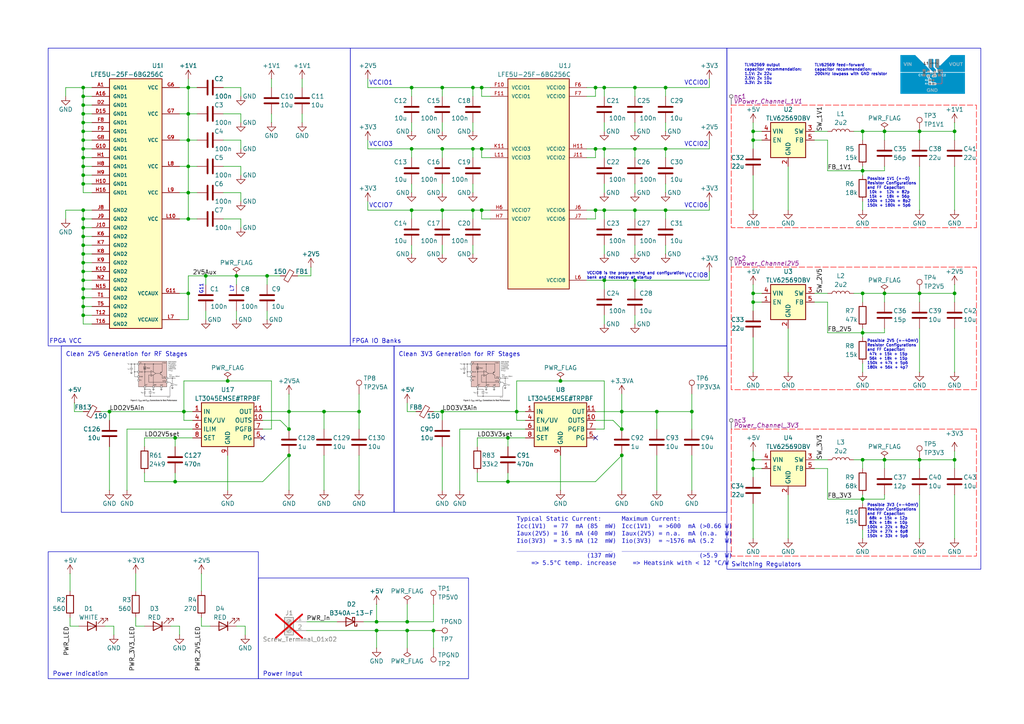
<source format=kicad_sch>
(kicad_sch (version 20250114) (generator "eeschema") (generator_version "9.0")
  (paper "A4")
  (rectangle (start 13.97 160.02) (end 74.93 196.85))
  (rectangle (start 74.93 167.64) (end 135.89 196.85))
  (rectangle (start 210.82 13.97) (end 284.48 165.1))
  (rectangle (start 101.6 13.97) (end 210.82 100.33))
  (rectangle (start 13.97 13.97) (end 101.6 100.33))
  (rectangle (start 114.3 100.33) (end 210.82 148.59))
  (rectangle (start 17.78 100.33) (end 114.3 148.59))
  (text "Possible 3V3 (+-40mV)\nResistor Configurations\nand FF Capacitor:\n 68k + 15k + 12p\n 82k + 18k + 10p\n100k + 22k + 8p2\n120k + 27k + 6p8\n150k + 33k + 5p6" (at 251.46 151.13 0) (effects (font (size 0.8 0.8)) (justify left)))
  (text "VCCIO3" (at 110.49 41.91 0) (effects (font (size 1.27 1.27))))
  (text "VCCIO1" (at 110.49 24.13 0) (effects (font (size 1.27 1.27))))
  (text "FPGA IO Banks" (at 109.22 99.06 0) (effects (font (size 1.27 1.27))))
  (text "Power Indication" (at 15.24 195.58 0) (effects (font (size 1.27 1.27)) (justify left)))
  (text "Switching Regulators" (at 212.09 163.83 0) (effects (font (size 1.27 1.27)) (justify left)))
  (text "TLV62569 output\ncapacitor recommendation:\n1.1V: 2x 22u\n2.5V: 2x 10u\n3.3V: 2x 10u" (at 215.9 21.59 0) (effects (font (size 0.8 0.8)) (justify left)))
  (text "G11" (at 58.42 83.82 90) (effects (font (size 1 1))))
  (text "VCCIO7" (at 110.49 59.69 0) (effects (font (size 1.27 1.27))))
  (text "VCCIO0" (at 201.93 24.13 0) (effects (font (size 1.27 1.27))))
  (text "Possible 1V1 (+-0)\nResistor Configurations\nand FF Capacitor:\n 10k +  12k + 82p\n 15k +  18k + 56p\n100k + 120k + 8p2\n150k + 180k + 5p6" (at 251.46 55.88 0) (effects (font (size 0.8 0.8)) (justify left)))
  (text "Typical Static Current:\nIcc(1V1)  = 77  mA (85  mW)\nIaux(2V5) = 16  mA (40  mW)\nIio(3V3)  = 3.5 mA (12  mW)\n__________________________\n                   (137 mW)\n    => 5.5°C temp. increase" (at 149.86 157.48 0) (effects (font (size 1.27 1.27)) (justify left)))
  (text "Maximum Current:\nIcc(1V1)  = >600  mA (>0.66 W)\nIaux(2V5) = n.a.  mA (n.a.  W)\nIio(3V3)  = ~1576 mA (5.2   W)\n______________________________\n                     (>5.9  W)\n   => Heatsink with < 12 °C/W" (at 180.34 157.48 0) (effects (font (size 1.27 1.27)) (justify left)))
  (text "TLV62569 feed-forward\ncapacitor recommendation:\n200kHz lowpass with GND resistor" (at 236.22 20.32 0) (effects (font (size 0.8 0.8)) (justify left)))
  (text "L7" (at 67.31 83.82 90) (effects (font (size 1 1))))
  (text "Clean 2V5 Generation for RF Stages" (at 19.05 102.87 0) (effects (font (size 1.27 1.27)) (justify left)))
  (text "VCCIO8" (at 201.93 80.01 0) (effects (font (size 1.27 1.27))))
  (text "Clean 3V3 Generation for RF Stages" (at 115.57 102.87 0) (effects (font (size 1.27 1.27)) (justify left)))
  (text "VCCIO6" (at 201.93 59.69 0) (effects (font (size 1.27 1.27))))
  (text "Possible 2V5 (+-40mV)\nResistor Configurations\nand FF Capacitor:\n 47k + 15k + 15p\n 56k + 18k + 15p\n150k + 47k + 5p6\n180k + 56k + 4p7" (at 251.46 102.87 0) (effects (font (size 0.8 0.8)) (justify left)))
  (text "Power Input" (at 76.2 195.58 0) (effects (font (size 1.27 1.27)) (justify left)))
  (text "FPGA VCC" (at 19.05 99.06 0) (effects (font (size 1.27 1.27))))
  (text "VCCIO2" (at 201.93 41.91 0) (effects (font (size 1.27 1.27))))
  (text "VCCIO8 is the programming and configuration\nbank and necessary at startup" (at 170.18 80.01 0) (effects (font (size 0.8 0.8)) (justify left)))
  (junction (at 162.56 110.49))
  (junction (at 218.44 87.63))
  (junction (at 24.13 71.12))
  (junction (at 218.44 40.64))
  (junction (at 266.7 38.1))
  (junction (at 128.27 25.4))
  (junction (at 193.04 43.18))
  (junction (at 147.32 127))
  (junction (at 250.19 38.1))
  (junction (at 24.13 25.4))
  (junction (at 250.19 49.53))
  (junction (at 172.72 25.4))
  (junction (at 128.27 119.38))
  (junction (at 24.13 66.04))
  (junction (at 24.13 33.02))
  (junction (at 180.34 132.08))
  (junction (at 24.13 86.36))
  (junction (at 50.8 139.7))
  (junction (at 24.13 81.28))
  (junction (at 24.13 43.18))
  (junction (at 180.34 124.46))
  (junction (at 137.16 60.96))
  (junction (at 24.13 60.96))
  (junction (at 54.61 55.88))
  (junction (at 149.86 119.38))
  (junction (at 54.61 48.26))
  (junction (at 137.16 43.18))
  (junction (at 24.13 63.5))
  (junction (at 139.7 43.18))
  (junction (at 109.22 180.34))
  (junction (at 83.82 132.08))
  (junction (at 175.26 43.18))
  (junction (at 54.61 63.5))
  (junction (at 119.38 60.96))
  (junction (at 24.13 83.82))
  (junction (at 172.72 60.96))
  (junction (at 190.5 119.38))
  (junction (at 256.54 133.35))
  (junction (at 24.13 73.66))
  (junction (at 276.86 38.1))
  (junction (at 118.11 180.34))
  (junction (at 139.7 60.96))
  (junction (at 24.13 91.44))
  (junction (at 193.04 60.96))
  (junction (at 66.04 110.49))
  (junction (at 24.13 50.8))
  (junction (at 24.13 35.56))
  (junction (at 137.16 25.4))
  (junction (at 250.19 144.78))
  (junction (at 184.15 81.28))
  (junction (at 172.72 43.18))
  (junction (at 93.98 119.38))
  (junction (at 250.19 133.35))
  (junction (at 218.44 85.09))
  (junction (at 276.86 133.35))
  (junction (at 54.61 40.64))
  (junction (at 184.15 43.18))
  (junction (at 24.13 40.64))
  (junction (at 128.27 60.96))
  (junction (at 54.61 25.4))
  (junction (at 276.86 85.09))
  (junction (at 109.22 182.88))
  (junction (at 218.44 135.89))
  (junction (at 266.7 85.09))
  (junction (at 24.13 45.72))
  (junction (at 24.13 88.9))
  (junction (at 128.27 43.18))
  (junction (at 218.44 133.35))
  (junction (at 24.13 30.48))
  (junction (at 180.34 119.38))
  (junction (at 53.34 119.38))
  (junction (at 175.26 81.28))
  (junction (at 184.15 25.4))
  (junction (at 24.13 76.2))
  (junction (at 54.61 85.09))
  (junction (at 24.13 78.74))
  (junction (at 24.13 27.94))
  (junction (at 83.82 119.38))
  (junction (at 218.44 38.1))
  (junction (at 139.7 25.4))
  (junction (at 118.11 182.88))
  (junction (at 256.54 38.1))
  (junction (at 83.82 124.46))
  (junction (at 200.66 119.38))
  (junction (at 50.8 127))
  (junction (at 184.15 60.96))
  (junction (at 250.19 96.52))
  (junction (at 31.75 119.38))
  (junction (at 250.19 85.09))
  (junction (at 119.38 25.4))
  (junction (at 147.32 139.7))
  (junction (at 68.58 80.01))
  (junction (at 59.69 80.01))
  (junction (at 24.13 68.58))
  (junction (at 104.14 119.38))
  (junction (at 193.04 25.4))
  (junction (at 256.54 85.09))
  (junction (at 24.13 48.26))
  (junction (at 24.13 38.1))
  (junction (at 77.47 80.01))
  (junction (at 175.26 60.96))
  (junction (at 54.61 33.02))
  (junction (at 119.38 43.18))
  (junction (at 24.13 53.34))
  (junction (at 266.7 133.35))
  (junction (at 125.73 182.88))
  (junction (at 175.26 25.4))
  (no_connect (at 76.2 127))
  (no_connect (at 172.72 127))
  (wire (pts (xy 205.74 22.86) (xy 205.74 25.4)))
  (wire (pts (xy 24.13 43.18) (xy 26.67 43.18)))
  (wire (pts (xy 218.44 85.09) (xy 218.44 87.63)))
  (wire (pts (xy 170.18 43.18) (xy 172.72 43.18)))
  (wire (pts (xy 69.85 55.88) (xy 64.77 55.88)))
  (wire (pts (xy 24.13 88.9) (xy 24.13 91.44)))
  (wire (pts (xy 170.18 45.72) (xy 172.72 45.72)))
  (wire (pts (xy 93.98 132.08) (xy 93.98 142.24)))
  (wire (pts (xy 218.44 35.56) (xy 218.44 38.1)))
  (wire (pts (xy 276.86 40.64) (xy 276.86 38.1)))
  (wire (pts (xy 172.72 60.96) (xy 175.26 60.96)))
  (wire (pts (xy 52.07 48.26) (xy 54.61 48.26)))
  (wire (pts (xy 54.61 85.09) (xy 54.61 92.71)))
  (wire (pts (xy 147.32 139.7) (xy 172.72 139.7)))
  (wire (pts (xy 118.11 180.34) (xy 109.22 180.34)))
  (wire (pts (xy 24.13 50.8) (xy 24.13 53.34)))
  (wire (pts (xy 119.38 25.4) (xy 119.38 27.94)))
  (wire (pts (xy 250.19 95.25) (xy 250.19 96.52)))
  (wire (pts (xy 256.54 38.1) (xy 256.54 40.64)))
  (wire (pts (xy 20.32 181.61) (xy 22.86 181.61)))
  (wire (pts (xy 24.13 33.02) (xy 26.67 33.02)))
  (wire (pts (xy 125.73 182.88) (xy 118.11 182.88)))
  (wire (pts (xy 250.19 133.35) (xy 250.19 135.89)))
  (wire (pts (xy 54.61 22.86) (xy 54.61 25.4)))
  (wire (pts (xy 106.68 22.86) (xy 106.68 25.4)))
  (wire (pts (xy 39.37 166.37) (xy 39.37 171.45)))
  (wire (pts (xy 193.04 43.18) (xy 193.04 45.72)))
  (wire (pts (xy 24.13 68.58) (xy 26.67 68.58)))
  (wire (pts (xy 276.86 135.89) (xy 276.86 133.35)))
  (wire (pts (xy 119.38 25.4) (xy 106.68 25.4)))
  (wire (pts (xy 170.18 60.96) (xy 172.72 60.96)))
  (wire (pts (xy 88.9 182.88) (xy 109.22 182.88)))
  (wire (pts (xy 218.44 40.64) (xy 218.44 43.18)))
  (wire (pts (xy 19.05 60.96) (xy 19.05 63.5)))
  (wire (pts (xy 256.54 38.1) (xy 250.19 38.1)))
  (wire (pts (xy 24.13 40.64) (xy 24.13 43.18)))
  (wire (pts (xy 78.74 124.46) (xy 78.74 110.49)))
  (wire (pts (xy 53.34 110.49) (xy 53.34 119.38)))
  (wire (pts (xy 276.86 35.56) (xy 276.86 38.1)))
  (wire (pts (xy 20.32 179.07) (xy 20.32 181.61)))
  (wire (pts (xy 118.11 175.26) (xy 118.11 180.34)))
  (wire (pts (xy 24.13 91.44) (xy 24.13 93.98)))
  (wire (pts (xy 205.74 78.74) (xy 205.74 81.28)))
  (wire (pts (xy 266.7 48.26) (xy 266.7 60.96)))
  (wire (pts (xy 54.61 63.5) (xy 57.15 63.5)))
  (wire (pts (xy 193.04 25.4) (xy 193.04 27.94)))
  (wire (pts (xy 276.86 85.09) (xy 266.7 85.09)))
  (wire (pts (xy 78.74 110.49) (xy 66.04 110.49)))
  (wire (pts (xy 162.56 132.08) (xy 162.56 142.24)))
  (wire (pts (xy 177.8 121.92) (xy 180.34 124.46)))
  (wire (pts (xy 133.35 124.46) (xy 133.35 142.24)))
  (wire (pts (xy 125.73 180.34) (xy 118.11 180.34)))
  (wire (pts (xy 138.43 137.16) (xy 138.43 139.7)))
  (wire (pts (xy 68.58 181.61) (xy 71.12 181.61)))
  (wire (pts (xy 104.14 132.08) (xy 104.14 142.24)))
  (wire (pts (xy 53.34 119.38) (xy 53.34 121.92)))
  (wire (pts (xy 193.04 25.4) (xy 205.74 25.4)))
  (wire (pts (xy 240.03 144.78) (xy 250.19 144.78)))
  (wire (pts (xy 172.72 43.18) (xy 175.26 43.18)))
  (wire (pts (xy 175.26 25.4) (xy 184.15 25.4)))
  (wire (pts (xy 220.98 85.09) (xy 218.44 85.09)))
  (wire (pts (xy 87.63 22.86) (xy 87.63 25.4)))
  (wire (pts (xy 175.26 53.34) (xy 175.26 55.88)))
  (wire (pts (xy 58.42 181.61) (xy 60.96 181.61)))
  (wire (pts (xy 119.38 60.96) (xy 106.68 60.96)))
  (wire (pts (xy 83.82 114.3) (xy 83.82 119.38)))
  (wire (pts (xy 31.75 119.38) (xy 31.75 121.92)))
  (wire (pts (xy 240.03 96.52) (xy 250.19 96.52)))
  (wire (pts (xy 69.85 58.42) (xy 69.85 55.88)))
  (wire (pts (xy 104.14 124.46) (xy 104.14 119.38)))
  (wire (pts (xy 119.38 53.34) (xy 119.38 55.88)))
  (wire (pts (xy 21.59 116.84) (xy 21.59 119.38)))
  (wire (pts (xy 193.04 60.96) (xy 184.15 60.96)))
  (wire (pts (xy 118.11 187.96) (xy 118.11 182.88)))
  (wire (pts (xy 236.22 87.63) (xy 240.03 87.63)))
  (wire (pts (xy 266.7 135.89) (xy 266.7 133.35)))
  (wire (pts (xy 218.44 135.89) (xy 220.98 135.89)))
  (wire (pts (xy 69.85 63.5) (xy 64.77 63.5)))
  (wire (pts (xy 69.85 40.64) (xy 64.77 40.64)))
  (wire (pts (xy 125.73 119.38) (xy 128.27 119.38)))
  (wire (pts (xy 119.38 35.56) (xy 119.38 38.1)))
  (wire (pts (xy 250.19 49.53) (xy 256.54 49.53)))
  (wire (pts (xy 190.5 124.46) (xy 190.5 119.38)))
  (wire (pts (xy 24.13 48.26) (xy 26.67 48.26)))
  (wire (pts (xy 266.7 38.1) (xy 256.54 38.1)))
  (wire (pts (xy 66.04 110.49) (xy 53.34 110.49)))
  (wire (pts (xy 205.74 40.64) (xy 205.74 43.18)))
  (wire (pts (xy 137.16 63.5) (xy 137.16 60.96)))
  (wire (pts (xy 24.13 63.5) (xy 24.13 66.04)))
  (wire (pts (xy 119.38 71.12) (xy 119.38 73.66)))
  (wire (pts (xy 54.61 25.4) (xy 57.15 25.4)))
  (wire (pts (xy 162.56 110.49) (xy 149.86 110.49)))
  (wire (pts (xy 250.19 143.51) (xy 250.19 144.78)))
  (wire (pts (xy 24.13 66.04) (xy 26.67 66.04)))
  (wire (pts (xy 184.15 91.44) (xy 184.15 93.98)))
  (wire (pts (xy 175.26 91.44) (xy 175.26 93.98)))
  (wire (pts (xy 139.7 25.4) (xy 139.7 27.94)))
  (wire (pts (xy 172.72 25.4) (xy 172.72 27.94)))
  (wire (pts (xy 175.26 35.56) (xy 175.26 38.1)))
  (wire (pts (xy 54.61 25.4) (xy 54.61 33.02)))
  (wire (pts (xy 24.13 40.64) (xy 26.67 40.64)))
  (wire (pts (xy 54.61 80.01) (xy 54.61 85.09)))
  (wire (pts (xy 83.82 124.46) (xy 83.82 119.38)))
  (wire (pts (xy 71.12 181.61) (xy 71.12 184.15)))
  (wire (pts (xy 250.19 153.67) (xy 250.19 156.21)))
  (wire (pts (xy 149.86 119.38) (xy 149.86 121.92)))
  (wire (pts (xy 170.18 25.4) (xy 172.72 25.4)))
  (wire (pts (xy 172.72 60.96) (xy 172.72 63.5)))
  (wire (pts (xy 119.38 43.18) (xy 128.27 43.18)))
  (wire (pts (xy 87.63 33.02) (xy 87.63 35.56)))
  (wire (pts (xy 52.07 33.02) (xy 54.61 33.02)))
  (wire (pts (xy 180.34 119.38) (xy 172.72 119.38)))
  (wire (pts (xy 69.85 25.4) (xy 64.77 25.4)))
  (wire (pts (xy 24.13 83.82) (xy 24.13 86.36)))
  (wire (pts (xy 52.07 92.71) (xy 54.61 92.71)))
  (wire (pts (xy 24.13 53.34) (xy 26.67 53.34)))
  (wire (pts (xy 24.13 73.66) (xy 26.67 73.66)))
  (wire (pts (xy 250.19 85.09) (xy 250.19 87.63)))
  (wire (pts (xy 142.24 60.96) (xy 139.7 60.96)))
  (wire (pts (xy 220.98 38.1) (xy 218.44 38.1)))
  (wire (pts (xy 266.7 133.35) (xy 256.54 133.35)))
  (wire (pts (xy 149.86 110.49) (xy 149.86 119.38)))
  (wire (pts (xy 69.85 43.18) (xy 69.85 40.64)))
  (wire (pts (xy 170.18 27.94) (xy 172.72 27.94)))
  (wire (pts (xy 41.91 129.54) (xy 41.91 127)))
  (wire (pts (xy 128.27 60.96) (xy 128.27 63.5)))
  (wire (pts (xy 58.42 166.37) (xy 58.42 171.45)))
  (wire (pts (xy 119.38 60.96) (xy 119.38 63.5)))
  (wire (pts (xy 240.03 40.64) (xy 240.03 49.53)))
  (wire (pts (xy 172.72 139.7) (xy 180.34 132.08)))
  (wire (pts (xy 109.22 175.26) (xy 109.22 180.34)))
  (wire (pts (xy 54.61 55.88) (xy 57.15 55.88)))
  (wire (pts (xy 76.2 139.7) (xy 83.82 132.08)))
  (wire (pts (xy 175.26 43.18) (xy 184.15 43.18)))
  (wire (pts (xy 24.13 81.28) (xy 24.13 83.82)))
  (wire (pts (xy 250.19 48.26) (xy 250.19 49.53)))
  (wire (pts (xy 147.32 137.16) (xy 147.32 139.7)))
  (wire (pts (xy 118.11 182.88) (xy 109.22 182.88)))
  (wire (pts (xy 276.86 38.1) (xy 266.7 38.1)))
  (wire (pts (xy 137.16 35.56) (xy 137.16 38.1)))
  (wire (pts (xy 175.26 60.96) (xy 184.15 60.96)))
  (wire (pts (xy 228.6 95.25) (xy 228.6 107.95)))
  (wire (pts (xy 128.27 119.38) (xy 149.86 119.38)))
  (wire (pts (xy 218.44 87.63) (xy 220.98 87.63)))
  (wire (pts (xy 83.82 119.38) (xy 76.2 119.38)))
  (wire (pts (xy 175.26 71.12) (xy 175.26 73.66)))
  (wire (pts (xy 109.22 182.88) (xy 109.22 187.96)))
  (wire (pts (xy 125.73 175.26) (xy 125.73 180.34)))
  (wire (pts (xy 31.75 119.38) (xy 53.34 119.38)))
  (wire (pts (xy 54.61 80.01) (xy 59.69 80.01)))
  (wire (pts (xy 52.07 85.09) (xy 54.61 85.09)))
  (wire (pts (xy 52.07 40.64) (xy 54.61 40.64)))
  (wire (pts (xy 59.69 90.17) (xy 59.69 92.71)))
  (wire (pts (xy 139.7 43.18) (xy 137.16 43.18)))
  (wire (pts (xy 59.69 80.01) (xy 59.69 82.55)))
  (wire (pts (xy 149.86 119.38) (xy 152.4 119.38)))
  (wire (pts (xy 93.98 124.46) (xy 93.98 119.38)))
  (wire (pts (xy 41.91 137.16) (xy 41.91 139.7)))
  (wire (pts (xy 24.13 68.58) (xy 24.13 71.12)))
  (wire (pts (xy 142.24 27.94) (xy 139.7 27.94)))
  (wire (pts (xy 220.98 133.35) (xy 218.44 133.35)))
  (wire (pts (xy 128.27 129.54) (xy 128.27 142.24)))
  (wire (pts (xy 50.8 137.16) (xy 50.8 139.7)))
  (wire (pts (xy 24.13 73.66) (xy 24.13 76.2)))
  (wire (pts (xy 218.44 135.89) (xy 218.44 138.43)))
  (wire (pts (xy 184.15 35.56) (xy 184.15 38.1)))
  (wire (pts (xy 250.19 38.1) (xy 250.19 40.64)))
  (wire (pts (xy 139.7 60.96) (xy 139.7 63.5)))
  (wire (pts (xy 247.65 133.35) (xy 250.19 133.35)))
  (wire (pts (xy 172.72 25.4) (xy 175.26 25.4)))
  (wire (pts (xy 240.03 49.53) (xy 250.19 49.53)))
  (wire (pts (xy 137.16 45.72) (xy 137.16 43.18)))
  (wire (pts (xy 119.38 43.18) (xy 119.38 45.72)))
  (wire (pts (xy 24.13 30.48) (xy 24.13 33.02)))
  (wire (pts (xy 184.15 81.28) (xy 184.15 83.82)))
  (wire (pts (xy 68.58 80.01) (xy 68.58 82.55)))
  (wire (pts (xy 39.37 181.61) (xy 41.91 181.61)))
  (wire (pts (xy 152.4 121.92) (xy 149.86 121.92)))
  (wire (pts (xy 69.85 66.04) (xy 69.85 63.5)))
  (wire (pts (xy 240.03 87.63) (xy 240.03 96.52)))
  (wire (pts (xy 228.6 48.26) (xy 228.6 60.96)))
  (wire (pts (xy 33.02 181.61) (xy 33.02 184.15)))
  (wire (pts (xy 106.68 58.42) (xy 106.68 60.96)))
  (wire (pts (xy 142.24 63.5) (xy 139.7 63.5)))
  (wire (pts (xy 24.13 78.74) (xy 24.13 81.28)))
  (wire (pts (xy 36.83 124.46) (xy 36.83 142.24)))
  (wire (pts (xy 218.44 50.8) (xy 218.44 60.96)))
  (wire (pts (xy 66.04 132.08) (xy 66.04 142.24)))
  (wire (pts (xy 24.13 66.04) (xy 24.13 68.58)))
  (wire (pts (xy 24.13 25.4) (xy 24.13 27.94)))
  (wire (pts (xy 24.13 86.36) (xy 24.13 88.9)))
  (wire (pts (xy 55.88 121.92) (xy 53.34 121.92)))
  (wire (pts (xy 50.8 127) (xy 55.88 127)))
  (wire (pts (xy 68.58 80.01) (xy 59.69 80.01)))
  (wire (pts (xy 193.04 43.18) (xy 184.15 43.18)))
  (wire (pts (xy 125.73 187.96) (xy 125.73 182.88)))
  (wire (pts (xy 83.82 132.08) (xy 83.82 142.24)))
  (wire (pts (xy 218.44 82.55) (xy 218.44 85.09)))
  (wire (pts (xy 184.15 71.12) (xy 184.15 73.66)))
  (wire (pts (xy 193.04 53.34) (xy 193.04 55.88)))
  (wire (pts (xy 24.13 30.48) (xy 26.67 30.48)))
  (wire (pts (xy 128.27 119.38) (xy 128.27 121.92)))
  (wire (pts (xy 175.26 27.94) (xy 175.26 25.4)))
  (wire (pts (xy 137.16 71.12) (xy 137.16 73.66)))
  (wire (pts (xy 52.07 181.61) (xy 52.07 184.15)))
  (wire (pts (xy 24.13 45.72) (xy 24.13 48.26)))
  (wire (pts (xy 24.13 60.96) (xy 19.05 60.96)))
  (wire (pts (xy 54.61 63.5) (xy 54.61 55.88)))
  (wire (pts (xy 69.85 50.8) (xy 69.85 48.26)))
  (wire (pts (xy 266.7 95.25) (xy 266.7 107.95)))
  (wire (pts (xy 200.66 132.08) (xy 200.66 142.24)))
  (wire (pts (xy 26.67 60.96) (xy 24.13 60.96)))
  (wire (pts (xy 69.85 35.56) (xy 69.85 33.02)))
  (wire (pts (xy 266.7 143.51) (xy 266.7 156.21)))
  (wire (pts (xy 24.13 43.18) (xy 24.13 45.72)))
  (wire (pts (xy 77.47 80.01) (xy 81.28 80.01)))
  (wire (pts (xy 142.24 43.18) (xy 139.7 43.18)))
  (wire (pts (xy 119.38 25.4) (xy 128.27 25.4)))
  (wire (pts (xy 93.98 119.38) (xy 83.82 119.38)))
  (wire (pts (xy 137.16 25.4) (xy 128.27 25.4)))
  (wire (pts (xy 240.03 135.89) (xy 240.03 144.78)))
  (wire (pts (xy 24.13 71.12) (xy 24.13 73.66)))
  (wire (pts (xy 128.27 35.56) (xy 128.27 38.1)))
  (wire (pts (xy 77.47 90.17) (xy 77.47 92.71)))
  (wire (pts (xy 256.54 143.51) (xy 256.54 144.78)))
  (wire (pts (xy 250.19 96.52) (xy 250.19 97.79)))
  (wire (pts (xy 30.48 181.61) (xy 33.02 181.61)))
  (wire (pts (xy 193.04 71.12) (xy 193.04 73.66)))
  (wire (pts (xy 104.14 119.38) (xy 93.98 119.38)))
  (wire (pts (xy 193.04 60.96) (xy 205.74 60.96)))
  (wire (pts (xy 24.13 88.9) (xy 26.67 88.9)))
  (wire (pts (xy 19.05 25.4) (xy 19.05 27.94)))
  (wire (pts (xy 266.7 40.64) (xy 266.7 38.1)))
  (wire (pts (xy 31.75 129.54) (xy 31.75 142.24)))
  (wire (pts (xy 29.21 119.38) (xy 31.75 119.38)))
  (wire (pts (xy 118.11 116.84) (xy 118.11 119.38)))
  (wire (pts (xy 180.34 132.08) (xy 180.34 142.24)))
  (wire (pts (xy 104.14 114.3) (xy 104.14 119.38)))
  (wire (pts (xy 24.13 81.28) (xy 26.67 81.28)))
  (wire (pts (xy 138.43 139.7) (xy 147.32 139.7)))
  (wire (pts (xy 26.67 25.4) (xy 24.13 25.4)))
  (wire (pts (xy 24.13 71.12) (xy 26.67 71.12)))
  (wire (pts (xy 184.15 25.4) (xy 184.15 27.94)))
  (wire (pts (xy 193.04 60.96) (xy 193.04 63.5)))
  (wire (pts (xy 142.24 25.4) (xy 139.7 25.4)))
  (wire (pts (xy 54.61 48.26) (xy 54.61 55.88)))
  (wire (pts (xy 88.9 180.34) (xy 97.79 180.34)))
  (wire (pts (xy 190.5 132.08) (xy 190.5 142.24)))
  (wire (pts (xy 24.13 25.4) (xy 19.05 25.4)))
  (wire (pts (xy 180.34 124.46) (xy 180.34 119.38)))
  (wire (pts (xy 218.44 133.35) (xy 218.44 135.89)))
  (wire (pts (xy 24.13 35.56) (xy 24.13 38.1)))
  (wire (pts (xy 24.13 76.2) (xy 26.67 76.2)))
  (wire (pts (xy 86.36 80.01) (xy 90.17 80.01)))
  (wire (pts (xy 24.13 45.72) (xy 26.67 45.72)))
  (wire (pts (xy 184.15 81.28) (xy 205.74 81.28)))
  (wire (pts (xy 236.22 135.89) (xy 240.03 135.89)))
  (wire (pts (xy 184.15 43.18) (xy 184.15 45.72)))
  (wire (pts (xy 106.68 40.64) (xy 106.68 43.18)))
  (wire (pts (xy 218.44 130.81) (xy 218.44 133.35)))
  (wire (pts (xy 184.15 81.28) (xy 175.26 81.28)))
  (wire (pts (xy 276.86 82.55) (xy 276.86 85.09)))
  (wire (pts (xy 137.16 27.94) (xy 137.16 25.4)))
  (wire (pts (xy 54.61 33.02) (xy 54.61 40.64)))
  (wire (pts (xy 119.38 60.96) (xy 128.27 60.96)))
  (wire (pts (xy 24.13 50.8) (xy 26.67 50.8)))
  (wire (pts (xy 24.13 33.02) (xy 24.13 35.56)))
  (wire (pts (xy 24.13 53.34) (xy 24.13 55.88)))
  (wire (pts (xy 24.13 38.1) (xy 26.67 38.1)))
  (wire (pts (xy 41.91 139.7) (xy 50.8 139.7)))
  (wire (pts (xy 170.18 81.28) (xy 175.26 81.28)))
  (wire (pts (xy 276.86 143.51) (xy 276.86 156.21)))
  (wire (pts (xy 24.13 48.26) (xy 24.13 50.8)))
  (wire (pts (xy 218.44 40.64) (xy 220.98 40.64)))
  (wire (pts (xy 256.54 48.26) (xy 256.54 49.53)))
  (wire (pts (xy 128.27 25.4) (xy 128.27 27.94)))
  (wire (pts (xy 184.15 53.34) (xy 184.15 55.88)))
  (wire (pts (xy 175.26 124.46) (xy 175.26 110.49)))
  (wire (pts (xy 119.38 43.18) (xy 106.68 43.18)))
  (wire (pts (xy 142.24 45.72) (xy 139.7 45.72)))
  (wire (pts (xy 78.74 33.02) (xy 78.74 35.56)))
  (wire (pts (xy 137.16 60.96) (xy 128.27 60.96)))
  (wire (pts (xy 236.22 133.35) (xy 240.03 133.35)))
  (wire (pts (xy 54.61 48.26) (xy 57.15 48.26)))
  (wire (pts (xy 218.44 97.79) (xy 218.44 107.95)))
  (wire (pts (xy 236.22 40.64) (xy 240.03 40.64)))
  (wire (pts (xy 41.91 127) (xy 50.8 127)))
  (wire (pts (xy 266.7 85.09) (xy 256.54 85.09)))
  (wire (pts (xy 49.53 181.61) (xy 52.07 181.61)))
  (wire (pts (xy 52.07 63.5) (xy 54.61 63.5)))
  (wire (pts (xy 200.66 119.38) (xy 190.5 119.38)))
  (wire (pts (xy 24.13 35.56) (xy 26.67 35.56)))
  (wire (pts (xy 172.72 121.92) (xy 177.8 121.92)))
  (wire (pts (xy 68.58 90.17) (xy 68.58 92.71)))
  (wire (pts (xy 175.26 110.49) (xy 162.56 110.49)))
  (wire (pts (xy 180.34 114.3) (xy 180.34 119.38)))
  (wire (pts (xy 76.2 124.46) (xy 78.74 124.46)))
  (wire (pts (xy 250.19 144.78) (xy 250.19 146.05)))
  (wire (pts (xy 247.65 85.09) (xy 250.19 85.09)))
  (wire (pts (xy 138.43 129.54) (xy 138.43 127)))
  (wire (pts (xy 128.27 53.34) (xy 128.27 55.88)))
  (wire (pts (xy 250.19 49.53) (xy 250.19 50.8)))
  (wire (pts (xy 55.88 124.46) (xy 36.83 124.46)))
  (wire (pts (xy 266.7 87.63) (xy 266.7 85.09)))
  (wire (pts (xy 147.32 127) (xy 147.32 129.54)))
  (wire (pts (xy 77.47 80.01) (xy 68.58 80.01)))
  (wire (pts (xy 24.13 83.82) (xy 26.67 83.82)))
  (wire (pts (xy 250.19 144.78) (xy 256.54 144.78)))
  (wire (pts (xy 39.37 179.07) (xy 39.37 181.61)))
  (wire (pts (xy 193.04 25.4) (xy 184.15 25.4)))
  (wire (pts (xy 120.65 119.38) (xy 118.11 119.38)))
  (wire (pts (xy 139.7 25.4) (xy 137.16 25.4)))
  (wire (pts (xy 24.13 38.1) (xy 24.13 40.64)))
  (wire (pts (xy 228.6 143.51) (xy 228.6 156.21)))
  (wire (pts (xy 52.07 25.4) (xy 54.61 25.4)))
  (wire (pts (xy 54.61 33.02) (xy 57.15 33.02)))
  (wire (pts (xy 69.85 33.02) (xy 64.77 33.02)))
  (wire (pts (xy 69.85 27.94) (xy 69.85 25.4)))
  (wire (pts (xy 256.54 95.25) (xy 256.54 96.52)))
  (wire (pts (xy 218.44 87.63) (xy 218.44 90.17)))
  (wire (pts (xy 276.86 48.26) (xy 276.86 60.96)))
  (wire (pts (xy 190.5 119.38) (xy 180.34 119.38)))
  (wire (pts (xy 193.04 35.56) (xy 193.04 38.1)))
  (wire (pts (xy 175.26 81.28) (xy 175.26 83.82)))
  (wire (pts (xy 69.85 48.26) (xy 64.77 48.26)))
  (wire (pts (xy 137.16 53.34) (xy 137.16 55.88)))
  (wire (pts (xy 276.86 87.63) (xy 276.86 85.09)))
  (wire (pts (xy 152.4 124.46) (xy 133.35 124.46)))
  (wire (pts (xy 172.72 43.18) (xy 172.72 45.72)))
  (wire (pts (xy 172.72 124.46) (xy 175.26 124.46)))
  (wire (pts (xy 24.13 76.2) (xy 24.13 78.74)))
  (wire (pts (xy 54.61 40.64) (xy 57.15 40.64)))
  (wire (pts (xy 77.47 80.01) (xy 77.47 82.55)))
  (wire (pts (xy 200.66 114.3) (xy 200.66 119.38)))
  (wire (pts (xy 250.19 105.41) (xy 250.19 107.95)))
  (wire (pts (xy 24.13 119.38) (xy 21.59 119.38)))
  (wire (pts (xy 276.86 130.81) (xy 276.86 133.35)))
  (wire (pts (xy 52.07 55.88) (xy 54.61 55.88)))
  (wire (pts (xy 250.19 58.42) (xy 250.19 60.96)))
  (wire (pts (xy 236.22 85.09) (xy 240.03 85.09)))
  (wire (pts (xy 175.26 63.5) (xy 175.26 60.96)))
  (wire (pts (xy 24.13 27.94) (xy 26.67 27.94)))
  (wire (pts (xy 247.65 38.1) (xy 250.19 38.1)))
  (wire (pts (xy 175.26 45.72) (xy 175.26 43.18)))
  (wire (pts (xy 24.13 60.96) (xy 24.13 63.5)))
  (wire (pts (xy 78.74 22.86) (xy 78.74 25.4)))
  (wire (pts (xy 276.86 95.25) (xy 276.86 107.95)))
  (wire (pts (xy 147.32 127) (xy 152.4 127)))
  (wire (pts (xy 170.18 63.5) (xy 172.72 63.5)))
  (wire (pts (xy 200.66 124.46) (xy 200.66 119.38)))
  (wire (pts (xy 218.44 38.1) (xy 218.44 40.64)))
  (wire (pts (xy 53.34 119.38) (xy 55.88 119.38)))
  (wire (pts (xy 105.41 180.34) (xy 109.22 180.34)))
  (wire (pts (xy 24.13 27.94) (xy 24.13 30.48)))
  (wire (pts (xy 250.19 96.52) (xy 256.54 96.52)))
  (wire (pts (xy 236.22 38.1) (xy 240.03 38.1)))
  (wire (pts (xy 24.13 93.98) (xy 26.67 93.98)))
  (wire (pts (xy 24.13 63.5) (xy 26.67 63.5)))
  (wire (pts (xy 184.15 60.96) (xy 184.15 63.5)))
  (wire (pts (xy 193.04 43.18) (xy 205.74 43.18)))
  (wire (pts (xy 50.8 139.7) (xy 76.2 139.7)))
  (wire (pts (xy 81.28 121.92) (xy 83.82 124.46)))
  (wire (pts (xy 58.42 179.07) (xy 58.42 181.61)))
  (wire (pts (xy 137.16 43.18) (xy 128.27 43.18)))
  (wire (pts (xy 139.7 60.96) (xy 137.16 60.96)))
  (wire (pts (xy 24.13 91.44) (xy 26.67 91.44)))
  (wire (pts (xy 256.54 85.09) (xy 250.19 85.09)))
  (wire (pts (xy 256.54 133.35) (xy 250.19 133.35)))
  (wire (pts (xy 24.13 55.88) (xy 26.67 55.88)))
  (wire (pts (xy 256.54 133.35) (xy 256.54 135.89)))
  (wire (pts (xy 24.13 78.74) (xy 26.67 78.74)))
  (wire (pts (xy 76.2 121.92) (xy 81.28 121.92)))
  (wire (pts (xy 128.27 71.12) (xy 128.27 73.66)))
  (wire (pts (xy 54.61 40.64) (xy 54.61 48.26)))
  (wire (pts (xy 276.86 133.35) (xy 266.7 133.35)))
  (wire (pts (xy 90.17 80.01) (xy 90.17 77.47)))
  (wire (pts (xy 24.13 86.36) (xy 26.67 86.36)))
  (wire (pts (xy 138.43 127) (xy 147.32 127)))
  (wire (pts (xy 50.8 127) (xy 50.8 129.54)))
  (wire (pts (xy 205.74 58.42) (xy 205.74 60.96)))
  (wire (pts (xy 218.44 146.05) (xy 218.44 156.21)))
  (wire (pts (xy 20.32 166.37) (xy 20.32 171.45)))
  (wire (pts (xy 139.7 43.18) (xy 139.7 45.72)))
  (wire (pts (xy 256.54 85.09) (xy 256.54 87.63)))
  (wire (pts (xy 128.27 43.18) (xy 128.27 45.72)))
  (image (at 140.97 110.49) (scale 0.0748206))
  (image (at 270.51 21.59) (scale 0.164648))
  (image (at 44.45 110.49) (scale 0.0748206))
  (label "SW_3V3" (at 238.76 133.35 90))
  (label "LDO3V3Ain" (at 128.27 119.38 0))
  (label "LDO3V3set" (at 138.43 127 0))
  (label "LDO2V5set" (at 41.91 127 0))
  (label "PWR_LED" (at 20.32 181.61 270))
  (label "PWR_3V3_LED" (at 39.37 181.61 270))
  (label "FB_1V1" (at 240.03 49.53 0))
  (label "SW_1V1" (at 238.76 38.1 90))
  (label "PWR_in" (at 88.9 180.34 0))
  (label "PWR_2V5_LED" (at 58.42 181.61 270))
  (label "FB_2V5" (at 240.03 96.52 0))
  (label "FB_3V3" (at 240.03 144.78 0))
  (label "2V5Aux" (at 55.88 80.01 0))
  (label "SW_2V5" (at 238.76 85.09 90))
  (label "LDO2V5Ain" (at 31.75 119.38 0))
  (rule_area (polyline (pts (xy 283.21 124.46) (xy 212.09 124.46) (xy 212.09 161.29) (xy 283.21 161.29)) (stroke (width 0) (type dash))))
  (rule_area (polyline (pts (xy 283.21 66.04) (xy 283.21 30.48) (xy 212.09 30.48) (xy 212.09 66.04)) (stroke (width 0) (type dash))))
  (rule_area (polyline (pts (xy 212.09 77.47) (xy 212.09 113.03) (xy 283.21 113.03) (xy 283.21 77.47)) (stroke (width 0) (type dash))))
  (netclass_flag "" (length 2.54) (shape round) (at 212.09 30.48 0) (property "Netclass" "nc1" (at 212.7885 27.94 0) (effects (justify left))) (property "Component Class" "VPower_Channel_1V1" (at 212.7885 29.4005 0) (effects (font (italic yes)) (justify left))))
  (netclass_flag "" (length 2.54) (shape round) (at 212.09 77.47 0) (property "Netclass" "nc2" (at 212.7885 74.93 0) (effects (justify left))) (property "Component Class" "VPower_Channel2V5" (at 212.7885 76.3905 0) (effects (font (italic yes)) (justify left))))
  (netclass_flag "" (length 2.54) (shape round) (at 212.09 124.46 0) (property "Netclass" "nc3" (at 212.7885 121.92 0) (effects (justify left))) (property "Component Class" "Power_Channel_3V3" (at 212.7885 123.3805 0) (effects (font (italic yes)) (justify left))))
  (symbol (lib_id "power:+2V5") (at 90.17 77.47 0) (unit 1)
    (property "Reference" "#PWR027" (effects (hide yes)))
    (property "Value" "+2V5" (at 90.17 73.66 0))
    (property "Description" "Power symbol creates a global label with name \"+2V5\"" (effects (hide yes)))
  )
  (symbol (lib_id "Device:R") (at 250.19 149.86 0) (unit 1)
    (property "Reference" "R10" (at 245.11 148.5899 0) (effects (justify left)))
    (property "Value" "15k" (at 245.11 151.1299 0) (effects (justify left)))
    (property "Footprint" "Resistor_SMD:R_0402_1005Metric" (effects (hide yes)))
    (property "Description" "Resistor" (effects (hide yes)))
  )
  (symbol (lib_id "Device:L") (at 243.84 133.35 90) (unit 1)
    (property "Reference" "L3" (at 243.84 128.27 90))
    (property "Value" "2u2" (at 243.84 130.81 90))
    (property "Footprint" "1_Footprint_Library:IND_LQH3NPN2R2MMEL" (effects (hide yes)))
    (property "Description" "LQH3NPN2R2MMEL" (effects (hide yes)))
  )
  (symbol (lib_id "power:GND") (at 250.19 156.21 0) (unit 1)
    (property "Reference" "#PWR066" (effects (hide yes)))
    (property "Value" "GND" (at 250.19 160.02 0))
    (property "Description" "Power symbol creates a global label with name \"GND\" , ground" (effects (hide yes)))
  )
  (symbol (lib_id "power:GND") (at 68.58 92.71 0) (unit 1)
    (property "Reference" "#PWR014" (effects (hide yes)))
    (property "Value" "GND" (at 71.12 92.71 0))
    (property "Description" "Power symbol creates a global label with name \"GND\" , ground" (effects (hide yes)))
  )
  (symbol (lib_id "power:+1V1") (at 78.74 22.86 0) (unit 1)
    (property "Reference" "#PWR023" (effects (hide yes)))
    (property "Value" "+1V1" (at 78.74 19.05 0))
    (property "Description" "Power symbol creates a global label with name \"+1V1\"" (effects (hide yes)))
  )
  (symbol (lib_id "Device:C") (at 193.04 49.53 0) (unit 1)
    (property "Reference" "C30" (at 194.31 46.9899 0) (effects (justify left)))
    (property "Value" "10u" (at 194.31 52.0699 0) (effects (justify left)))
    (property "Footprint" "Capacitor_SMD:C_0805_2012Metric" (effects (hide yes)))
    (property "Description" "Unpolarized capacitor" (effects (hide yes)))
  )
  (symbol (lib_id "power:+1V1") (at 54.61 22.86 0) (unit 1)
    (property "Reference" "#PWR011" (effects (hide yes)))
    (property "Value" "+1V1" (at 54.61 19.05 0))
    (property "Description" "Power symbol creates a global label with name \"+1V1\"" (effects (hide yes)))
  )
  (symbol (lib_id "power:PWR_FLAG") (at 66.04 110.49 0) (unit 1)
    (property "Reference" "#FLG07" (effects (hide yes)))
    (property "Value" "PWR_FLAG" (at 66.04 106.68 0))
    (property "Description" "Special symbol for telling ERC where power comes from" (effects (hide yes)))
  )
  (symbol (lib_id "power:GND") (at 69.85 27.94 0) (unit 1)
    (property "Reference" "#PWR015" (effects (hide yes)))
    (property "Value" "GND" (at 72.39 27.94 0))
    (property "Description" "Power symbol creates a global label with name \"GND\" , ground" (effects (hide yes)))
  )
  (symbol (lib_id "Device:C") (at 137.16 31.75 0) (mirror y) (unit 1)
    (property "Reference" "C18" (at 134.62 29.21 0))
    (property "Value" "100n" (at 133.35 34.29 0))
    (property "Footprint" "Capacitor_SMD:C_0402_1005Metric" (effects (hide yes)))
    (property "Description" "Unpolarized capacitor" (effects (hide yes)))
  )
  (symbol (lib_id "Device:R") (at 250.19 101.6 0) (unit 1)
    (property "Reference" "R8" (at 245.11 100.3299 0) (effects (justify left)))
    (property "Value" "15k" (at 245.11 102.8699 0) (effects (justify left)))
    (property "Footprint" "Resistor_SMD:R_0402_1005Metric" (effects (hide yes)))
    (property "Description" "Resistor" (effects (hide yes)))
  )
  (symbol (lib_id "Device:C") (at 147.32 133.35 0) (unit 1)
    (property "Reference" "C91" (at 149.86 132.0799 0) (effects (justify left)))
    (property "Value" "470n" (at 149.86 134.6199 0) (effects (justify left)))
    (property "Footprint" "Capacitor_SMD:C_0603_1608Metric" (effects (hide yes)))
    (property "Description" "Unpolarized capacitor" (effects (hide yes)))
  )
  (symbol (lib_id "power:GND") (at 19.05 63.5 0) (unit 1)
    (property "Reference" "#PWR04" (effects (hide yes)))
    (property "Value" "GND" (at 19.05 67.31 0))
    (property "Description" "Power symbol creates a global label with name \"GND\" , ground" (effects (hide yes)))
  )
  (symbol (lib_id "power:GND") (at 133.35 142.24 0) (unit 1)
    (property "Reference" "#PWR0214" (effects (hide yes)))
    (property "Value" "GND" (at 133.35 146.05 0))
    (property "Description" "Power symbol creates a global label with name \"GND\" , ground" (effects (hide yes)))
  )
  (symbol (lib_id "power:GND") (at 137.16 38.1 0) (mirror y) (unit 1)
    (property "Reference" "#PWR037" (effects (hide yes)))
    (property "Value" "GND" (at 134.62 38.1 0))
    (property "Description" "Power symbol creates a global label with name \"GND\" , ground" (effects (hide yes)))
  )
  (symbol (lib_id "Device:C") (at 193.04 67.31 0) (unit 1)
    (property "Reference" "C31" (at 194.31 64.7699 0) (effects (justify left)))
    (property "Value" "10u" (at 194.31 69.8499 0) (effects (justify left)))
    (property "Footprint" "Capacitor_SMD:C_0805_2012Metric" (effects (hide yes)))
    (property "Description" "Unpolarized capacitor" (effects (hide yes)))
  )
  (symbol (lib_id "power:GND") (at 128.27 55.88 0) (mirror y) (unit 1)
    (property "Reference" "#PWR035" (effects (hide yes)))
    (property "Value" "GND" (at 125.73 55.88 0))
    (property "Description" "Power symbol creates a global label with name \"GND\" , ground" (effects (hide yes)))
  )
  (symbol (lib_id "power:GND") (at 250.19 107.95 0) (unit 1)
    (property "Reference" "#PWR065" (effects (hide yes)))
    (property "Value" "GND" (at 250.19 111.76 0))
    (property "Description" "Power symbol creates a global label with name \"GND\" , ground" (effects (hide yes)))
  )
  (symbol (lib_id "Device:C") (at 60.96 48.26 90) (unit 1)
    (property "Reference" "C5" (at 63.5 45.72 90))
    (property "Value" "100n" (at 64.77 50.8 90))
    (property "Footprint" "Capacitor_SMD:C_0402_1005Metric" (effects (hide yes)))
    (property "Description" "Unpolarized capacitor" (effects (hide yes)))
  )
  (symbol (lib_id "Connector:TestPoint") (at 125.73 175.26 0) (unit 1)
    (property "Reference" "TP1" (at 127 170.6879 0) (effects (justify left)))
    (property "Value" "TP5V0" (at 127 173.2279 0) (effects (justify left)))
    (property "Footprint" "TestPoint:TestPoint_Pad_D3.0mm" (effects (hide yes)))
    (property "Description" "test point" (effects (hide yes)))
  )
  (symbol (lib_id "power:GND") (at 128.27 38.1 0) (mirror y) (unit 1)
    (property "Reference" "#PWR034" (effects (hide yes)))
    (property "Value" "GND" (at 125.73 38.1 0))
    (property "Description" "Power symbol creates a global label with name \"GND\" , ground" (effects (hide yes)))
  )
  (symbol (lib_id "power:GND") (at 36.83 142.24 0) (unit 1)
    (property "Reference" "#PWR0298" (effects (hide yes)))
    (property "Value" "GND" (at 36.83 146.05 0))
    (property "Description" "Power symbol creates a global label with name \"GND\" , ground" (effects (hide yes)))
  )
  (symbol (lib_id "Device:C") (at 184.15 87.63 0) (unit 1)
    (property "Reference" "C28" (at 185.42 85.0899 0) (effects (justify left)))
    (property "Value" "10u" (at 185.42 90.1699 0) (effects (justify left)))
    (property "Footprint" "Capacitor_SMD:C_0805_2012Metric" (effects (hide yes)))
    (property "Description" "Unpolarized capacitor" (effects (hide yes)))
  )
  (symbol (lib_id "Device:C") (at 175.26 31.75 0) (unit 1)
    (property "Reference" "C21" (at 177.8 29.21 0))
    (property "Value" "100n" (at 179.07 34.29 0))
    (property "Footprint" "Capacitor_SMD:C_0402_1005Metric" (effects (hide yes)))
    (property "Description" "Unpolarized capacitor" (effects (hide yes)))
  )
  (symbol (lib_id "power:GND") (at 175.26 93.98 0) (unit 1)
    (property "Reference" "#PWR043" (effects (hide yes)))
    (property "Value" "GND" (at 177.8 93.98 0))
    (property "Description" "Power symbol creates a global label with name \"GND\" , ground" (effects (hide yes)))
  )
  (symbol (lib_id "power:GND") (at 180.34 142.24 0) (unit 1)
    (property "Reference" "#PWR0217" (effects (hide yes)))
    (property "Value" "GND" (at 180.34 146.05 0))
    (property "Description" "Power symbol creates a global label with name \"GND\" , ground" (effects (hide yes)))
  )
  (symbol (lib_id "power:+5V") (at 109.22 175.26 0) (unit 1)
    (property "Reference" "#PWR08" (effects (hide yes)))
    (property "Value" "+5V" (at 109.22 171.45 0))
    (property "Description" "Power symbol creates a global label with name \"+5V\"" (effects (hide yes)))
  )
  (symbol (lib_id "Regulator_Switching:TLV62569DBV") (at 228.6 135.89 0) (unit 1)
    (property "Reference" "U4" (at 228.6 127 0))
    (property "Value" "TLV62569DBV" (at 228.6 129.54 0))
    (property "Footprint" "Package_TO_SOT_SMD:SOT-23-5" (effects (hide yes)))
    (property "Datasheet" "http://www.ti.com/lit/ds/symlink/tlv62569.pdf" (effects (hide yes)))
    (property "Description" "High Efficiency Synchronous Buck Converter, Adjustable Output 0.6V-5.5V, 2A, SOT-23-5" (effects (hide yes)))
  )
  (symbol (lib_id "Connector:TestPoint") (at 200.66 114.3 0) (unit 1)
    (property "Reference" "TP6" (at 201.93 109.7279 0) (effects (justify left)))
    (property "Value" "TP3V3A" (at 201.93 112.2679 0) (effects (justify left)))
    (property "Footprint" "TestPoint:TestPoint_Pad_D3.0mm" (effects (hide yes)))
    (property "Description" "test point" (effects (hide yes)))
  )
  (symbol (lib_id "power:GND") (at 190.5 142.24 0) (unit 1)
    (property "Reference" "#PWR0218" (effects (hide yes)))
    (property "Value" "GND" (at 190.5 146.05 0))
    (property "Description" "Power symbol creates a global label with name \"GND\" , ground" (effects (hide yes)))
  )
  (symbol (lib_id "Device:C") (at 78.74 29.21 0) (unit 1)
    (property "Reference" "C10" (at 81.28 27.9399 0) (effects (justify left)))
    (property "Value" "10u" (at 81.28 30.4799 0) (effects (justify left)))
    (property "Footprint" "Capacitor_SMD:C_0805_2012Metric" (effects (hide yes)))
    (property "Description" "Unpolarized capacitor" (effects (hide yes)))
  )
  (symbol (lib_id "Connector:TestPoint") (at 266.7 133.35 0) (unit 1)
    (property "Reference" "TP5" (at 267.97 128.7779 0) (effects (justify left)))
    (property "Value" "TP3V3" (at 267.97 131.3179 0) (effects (justify left)))
    (property "Footprint" "TestPoint:TestPoint_Pad_D3.0mm" (effects (hide yes)))
    (property "Description" "test point" (effects (hide yes)))
  )
  (symbol (lib_id "power:GND") (at 193.04 73.66 0) (unit 1)
    (property "Reference" "#PWR050" (effects (hide yes)))
    (property "Value" "GND" (at 195.58 73.66 0))
    (property "Description" "Power symbol creates a global label with name \"GND\" , ground" (effects (hide yes)))
  )
  (symbol (lib_id "power:GND") (at 128.27 73.66 0) (mirror y) (unit 1)
    (property "Reference" "#PWR036" (effects (hide yes)))
    (property "Value" "GND" (at 125.73 73.66 0))
    (property "Description" "Power symbol creates a global label with name \"GND\" , ground" (effects (hide yes)))
  )
  (symbol (lib_id "Device:C") (at 266.7 139.7 0) (mirror y) (unit 1)
    (property "Reference" "C40" (at 269.24 138.4299 0) (effects (justify right)))
    (property "Value" "10u" (at 269.24 140.9699 0) (effects (justify right)))
    (property "Footprint" "Capacitor_SMD:C_0805_2012Metric" (effects (hide yes)))
    (property "Description" "Unpolarized capacitor" (effects (hide yes)))
  )
  (symbol (lib_id "Device:C") (at 184.15 67.31 0) (unit 1)
    (property "Reference" "C27" (at 186.69 64.77 0))
    (property "Value" "100n" (at 187.96 69.85 0))
    (property "Footprint" "Capacitor_SMD:C_0402_1005Metric" (effects (hide yes)))
    (property "Description" "Unpolarized capacitor" (effects (hide yes)))
  )
  (symbol (lib_id "power:+3V3") (at 39.37 166.37 0) (unit 1)
    (property "Reference" "#PWR07" (effects (hide yes)))
    (property "Value" "+3V3" (at 39.37 162.56 0))
    (property "Description" "Power symbol creates a global label with name \"+3V3\"" (effects (hide yes)))
  )
  (symbol (lib_id "Device:C") (at 83.82 128.27 0) (unit 1)
    (property "Reference" "C128" (at 86.36 126.9999 0) (effects (justify left)))
    (property "Value" "1u" (at 86.36 129.5399 0) (effects (justify left)))
    (property "Footprint" "Capacitor_SMD:C_0805_2012Metric" (effects (hide yes)))
    (property "Description" "Unpolarized capacitor" (effects (hide yes)))
  )
  (symbol (lib_id "Connector:TestPoint") (at 104.14 114.3 0) (unit 1)
    (property "Reference" "TP8" (at 105.41 109.7279 0) (effects (justify left)))
    (property "Value" "TP2V5A" (at 105.41 112.2679 0) (effects (justify left)))
    (property "Footprint" "TestPoint:TestPoint_Pad_D3.0mm" (effects (hide yes)))
    (property "Description" "test point" (effects (hide yes)))
  )
  (symbol (lib_id "power:PWR_FLAG") (at 162.56 110.49 0) (unit 1)
    (property "Reference" "#FLG08" (effects (hide yes)))
    (property "Value" "PWR_FLAG" (at 162.56 106.68 0))
    (property "Description" "Special symbol for telling ERC where power comes from" (effects (hide yes)))
  )
  (symbol (lib_id "Device:C") (at 266.7 44.45 0) (mirror y) (unit 1)
    (property "Reference" "C38" (at 269.24 43.1799 0) (effects (justify right)))
    (property "Value" "22u" (at 269.24 45.7199 0) (effects (justify right)))
    (property "Footprint" "Capacitor_SMD:C_0805_2012Metric" (effects (hide yes)))
    (property "Description" "Unpolarized capacitor" (effects (hide yes)))
  )
  (symbol (lib_id "power:+1V1") (at 87.63 22.86 0) (unit 1)
    (property "Reference" "#PWR025" (effects (hide yes)))
    (property "Value" "+1V1" (at 87.63 19.05 0))
    (property "Description" "Power symbol creates a global label with name \"+1V1\"" (effects (hide yes)))
  )
  (symbol (lib_id "power:GND") (at 184.15 73.66 0) (unit 1)
    (property "Reference" "#PWR046" (effects (hide yes)))
    (property "Value" "GND" (at 186.69 73.66 0))
    (property "Description" "Power symbol creates a global label with name \"GND\" , ground" (effects (hide yes)))
  )
  (symbol (lib_id "power:GND") (at 52.07 184.15 0) (unit 1)
    (property "Reference" "#PWR010" (effects (hide yes)))
    (property "Value" "GND" (at 52.07 187.96 0))
    (property "Description" "Power symbol creates a global label with name \"GND\" , ground" (effects (hide yes)))
  )
  (symbol (lib_id "Regulator_Linear:LT3045xMSE") (at 66.04 121.92 0) (unit 1)
    (property "Reference" "U17" (at 66.04 113.03 0))
    (property "Value" "LT3045EMSE#TRPBF" (at 66.04 115.57 0))
    (property "Footprint" "Package_SO:MSOP-12-1EP_3x4.039mm_P0.65mm_EP1.651x2.845mm" (effects (hide yes)))
    (property "Datasheet" "https://www.analog.com/media/en/technical-documentation/data-sheets/3045fa.pdf" (effects (hide yes)))
    (property "Description" "500mA, Adjustable, Ultralow Noise, Ultrahigh PSRR Linear Regulator, MSOP-12" (effects (hide yes)))
  )
  (symbol (lib_id "power:+2V5") (at 205.74 40.64 0) (unit 1)
    (property "Reference" "#PWR052" (effects (hide yes)))
    (property "Value" "+2V5" (at 205.74 36.83 0))
    (property "Description" "Power symbol creates a global label with name \"+2V5\"" (effects (hide yes)))
  )
  (symbol (lib_id "Device:C") (at 128.27 125.73 0) (mirror y) (unit 1)
    (property "Reference" "C90" (at 125.73 124.4599 0) (effects (justify left)))
    (property "Value" "10u" (at 125.73 126.9999 0) (effects (justify left)))
    (property "Footprint" "Capacitor_SMD:C_0805_2012Metric" (effects (hide yes)))
    (property "Description" "Unpolarized capacitor" (effects (hide yes)))
  )
  (symbol (lib_id "Device:R") (at 250.19 54.61 0) (unit 1)
    (property "Reference" "R6" (at 245.11 53.3399 0) (effects (justify left)))
    (property "Value" "18k" (at 245.11 55.8799 0) (effects (justify left)))
    (property "Footprint" "Resistor_SMD:R_0402_1005Metric" (effects (hide yes)))
    (property "Description" "Resistor" (effects (hide yes)))
  )
  (symbol (lib_id "power:GND") (at 276.86 156.21 0) (unit 1)
    (property "Reference" "#PWR075" (effects (hide yes)))
    (property "Value" "GND" (at 276.86 160.02 0))
    (property "Description" "Power symbol creates a global label with name \"GND\" , ground" (effects (hide yes)))
  )
  (symbol (lib_id "power:GND") (at 78.74 35.56 0) (unit 1)
    (property "Reference" "#PWR024" (effects (hide yes)))
    (property "Value" "GND" (at 78.74 39.37 0))
    (property "Description" "Power symbol creates a global label with name \"GND\" , ground" (effects (hide yes)))
  )
  (symbol (lib_id "Device:R") (at 250.19 91.44 0) (unit 1)
    (property "Reference" "R7" (at 245.11 90.1699 0) (effects (justify left)))
    (property "Value" "47k" (at 245.11 92.7099 0) (effects (justify left)))
    (property "Footprint" "Resistor_SMD:R_0402_1005Metric" (effects (hide yes)))
    (property "Description" "Resistor" (effects (hide yes)))
  )
  (symbol (lib_id "power:GND") (at 200.66 142.24 0) (unit 1)
    (property "Reference" "#PWR0219" (effects (hide yes)))
    (property "Value" "GND" (at 200.66 146.05 0))
    (property "Description" "Power symbol creates a global label with name \"GND\" , ground" (effects (hide yes)))
  )
  (symbol (lib_id "power:GND") (at 193.04 38.1 0) (unit 1)
    (property "Reference" "#PWR048" (effects (hide yes)))
    (property "Value" "GND" (at 195.58 38.1 0))
    (property "Description" "Power symbol creates a global label with name \"GND\" , ground" (effects (hide yes)))
  )
  (symbol (lib_id "power:GND") (at 193.04 55.88 0) (unit 1)
    (property "Reference" "#PWR049" (effects (hide yes)))
    (property "Value" "GND" (at 195.58 55.88 0))
    (property "Description" "Power symbol creates a global label with name \"GND\" , ground" (effects (hide yes)))
  )
  (symbol (lib_id "Regulator_Linear:LT3045xMSE") (at 162.56 121.92 0) (unit 1)
    (property "Reference" "U8" (at 162.56 113.03 0))
    (property "Value" "LT3045EMSE#TRPBF" (at 162.56 115.57 0))
    (property "Footprint" "Package_SO:MSOP-12-1EP_3x4.039mm_P0.65mm_EP1.651x2.845mm" (effects (hide yes)))
    (property "Datasheet" "https://www.analog.com/media/en/technical-documentation/data-sheets/3045fa.pdf" (effects (hide yes)))
    (property "Description" "500mA, Adjustable, Ultralow Noise, Ultrahigh PSRR Linear Regulator, MSOP-12" (effects (hide yes)))
  )
  (symbol (lib_id "power:PWR_FLAG") (at 118.11 175.26 0) (unit 1)
    (property "Reference" "#FLG01" (effects (hide yes)))
    (property "Value" "PWR_FLAG" (at 118.11 171.45 0))
    (property "Description" "Special symbol for telling ERC where power comes from" (effects (hide yes)))
  )
  (symbol (lib_id "Device:C") (at 184.15 49.53 0) (unit 1)
    (property "Reference" "C26" (at 186.69 46.99 0))
    (property "Value" "100n" (at 187.96 52.07 0))
    (property "Footprint" "Capacitor_SMD:C_0402_1005Metric" (effects (hide yes)))
    (property "Description" "Unpolarized capacitor" (effects (hide yes)))
  )
  (symbol (lib_id "Device:R") (at 41.91 133.35 0) (unit 1)
    (property "Reference" "R61" (at 43.18 132.0799 0) (effects (justify left)))
    (property "Value" "24k9" (at 43.18 134.6199 0) (effects (justify left)))
    (property "Footprint" "Resistor_SMD:R_0402_1005Metric" (effects (hide yes)))
    (property "Description" "Resistor" (effects (hide yes)))
  )
  (symbol (lib_id "power:GND") (at 87.63 35.56 0) (unit 1)
    (property "Reference" "#PWR026" (effects (hide yes)))
    (property "Value" "GND" (at 87.63 39.37 0))
    (property "Description" "Power symbol creates a global label with name \"GND\" , ground" (effects (hide yes)))
  )
  (symbol (lib_id "power:GND") (at 266.7 107.95 0) (unit 1)
    (property "Reference" "#PWR068" (effects (hide yes)))
    (property "Value" "GND" (at 266.7 111.76 0))
    (property "Description" "Power symbol creates a global label with name \"GND\" , ground" (effects (hide yes)))
  )
  (symbol (lib_id "Device:C") (at 256.54 44.45 0) (mirror y) (unit 1)
    (property "Reference" "C35" (at 259.08 43.1799 0) (effects (justify right)))
    (property "Value" "56p" (at 259.08 45.7199 0) (effects (justify right)))
    (property "Footprint" "Capacitor_SMD:C_0402_1005Metric" (effects (hide yes)))
    (property "Description" "Unpolarized capacitor" (effects (hide yes)))
  )
  (symbol (lib_id "Device:C") (at 60.96 40.64 90) (unit 1)
    (property "Reference" "C4" (at 63.5 38.1 90))
    (property "Value" "100n" (at 64.77 43.18 90))
    (property "Footprint" "Capacitor_SMD:C_0402_1005Metric" (effects (hide yes)))
    (property "Description" "Unpolarized capacitor" (effects (hide yes)))
  )
  (symbol (lib_id "Device:C") (at 119.38 67.31 0) (mirror y) (unit 1)
    (property "Reference" "C14" (at 118.11 64.7699 0) (effects (justify left)))
    (property "Value" "10u" (at 118.11 69.8499 0) (effects (justify left)))
    (property "Footprint" "Capacitor_SMD:C_0805_2012Metric" (effects (hide yes)))
    (property "Description" "Unpolarized capacitor" (effects (hide yes)))
  )
  (symbol (lib_id "power:+3V3") (at 106.68 58.42 0) (mirror y) (unit 1)
    (property "Reference" "#PWR030" (effects (hide yes)))
    (property "Value" "+3V3" (at 106.68 54.61 0))
    (property "Description" "Power symbol creates a global label with name \"+3V3\"" (effects (hide yes)))
  )
  (symbol (lib_id "Device:C") (at 175.26 67.31 0) (unit 1)
    (property "Reference" "C23" (at 177.8 64.77 0))
    (property "Value" "100n" (at 179.07 69.85 0))
    (property "Footprint" "Capacitor_SMD:C_0402_1005Metric" (effects (hide yes)))
    (property "Description" "Unpolarized capacitor" (effects (hide yes)))
  )
  (symbol (lib_id "power:GND") (at 175.26 55.88 0) (unit 1)
    (property "Reference" "#PWR041" (effects (hide yes)))
    (property "Value" "GND" (at 177.8 55.88 0))
    (property "Description" "Power symbol creates a global label with name \"GND\" , ground" (effects (hide yes)))
  )
  (symbol (lib_id "power:GND") (at 276.86 60.96 0) (unit 1)
    (property "Reference" "#PWR071" (effects (hide yes)))
    (property "Value" "GND" (at 276.86 64.77 0))
    (property "Description" "Power symbol creates a global label with name \"GND\" , ground" (effects (hide yes)))
  )
  (symbol (lib_id "Device:D_Schottky") (at 101.6 180.34 180) (unit 1)
    (property "Reference" "D2" (at 101.9175 175.26 0))
    (property "Value" "B340A-13-F" (at 101.9175 177.8 0))
    (property "Footprint" "Diode_SMD:D_SMA" (effects (hide yes)))
    (property "Description" "Schottky diode" (effects (hide yes)))
  )
  (symbol (lib_id "power:+2V5") (at 106.68 22.86 0) (unit 1)
    (property "Reference" "#PWR028" (effects (hide yes)))
    (property "Value" "+2V5" (at 106.68 19.05 0))
    (property "Description" "Power symbol creates a global label with name \"+2V5\"" (effects (hide yes)))
  )
  (symbol (lib_id "Device:C") (at 218.44 46.99 0) (unit 1)
    (property "Reference" "C32" (at 215.9 45.7199 0) (effects (justify right)))
    (property "Value" "22u" (at 215.9 48.2599 0) (effects (justify right)))
    (property "Footprint" "Capacitor_SMD:C_0805_2012Metric" (effects (hide yes)))
    (property "Description" "Unpolarized capacitor" (effects (hide yes)))
  )
  (symbol (lib_id "power:GND") (at 33.02 184.15 0) (unit 1)
    (property "Reference" "#PWR06" (effects (hide yes)))
    (property "Value" "GND" (at 33.02 187.96 0))
    (property "Description" "Power symbol creates a global label with name \"GND\" , ground" (effects (hide yes)))
  )
  (symbol (lib_id "power:+5V") (at 218.44 82.55 0) (unit 1)
    (property "Reference" "#PWR057" (effects (hide yes)))
    (property "Value" "+5V" (at 218.44 78.74 0))
    (property "Description" "Power symbol creates a global label with name \"+5V\"" (effects (hide yes)))
  )
  (symbol (lib_id "Device:C") (at 276.86 139.7 0) (mirror y) (unit 1)
    (property "Reference" "C43" (at 279.4 138.4299 0) (effects (justify right)))
    (property "Value" "10u" (at 279.4 140.9699 0) (effects (justify right)))
    (property "Footprint" "Capacitor_SMD:C_0805_2012Metric" (effects (hide yes)))
    (property "Description" "Unpolarized capacitor" (effects (hide yes)))
  )
  (symbol (lib_id "Device:C") (at 218.44 142.24 0) (unit 1)
    (property "Reference" "C34" (at 215.9 140.9699 0) (effects (justify right)))
    (property "Value" "22u" (at 215.9 143.5099 0) (effects (justify right)))
    (property "Footprint" "Capacitor_SMD:C_0805_2012Metric" (effects (hide yes)))
    (property "Description" "Unpolarized capacitor" (effects (hide yes)))
  )
  (symbol (lib_id "Device:C") (at 137.16 67.31 0) (mirror y) (unit 1)
    (property "Reference" "C20" (at 134.62 64.77 0))
    (property "Value" "100n" (at 133.35 69.85 0))
    (property "Footprint" "Capacitor_SMD:C_0402_1005Metric" (effects (hide yes)))
    (property "Description" "Unpolarized capacitor" (effects (hide yes)))
  )
  (symbol (lib_id "Device:FerriteBead_Small") (at 123.19 119.38 90) (unit 1)
    (property "Reference" "FB8" (at 120.6119 118.11 90))
    (property "Value" "150" (at 125.6919 120.65 90))
    (property "Footprint" "Inductor_SMD:L_0805_2012Metric" (effects (hide yes)))
    (property "Description" "Ferrite bead, small symbol" (effects (hide yes)))
  )
  (symbol (lib_id "Device:C") (at 93.98 128.27 0) (unit 1)
    (property "Reference" "C129" (at 96.52 126.9999 0) (effects (justify left)))
    (property "Value" "10u" (at 96.52 129.5399 0) (effects (justify left)))
    (property "Footprint" "Capacitor_SMD:C_0805_2012Metric" (effects (hide yes)))
    (property "Description" "Unpolarized capacitor" (effects (hide yes)))
  )
  (symbol (lib_id "Device:C") (at 119.38 49.53 0) (mirror y) (unit 1)
    (property "Reference" "C13" (at 118.11 46.9899 0) (effects (justify left)))
    (property "Value" "10u" (at 118.11 52.0699 0) (effects (justify left)))
    (property "Footprint" "Capacitor_SMD:C_0805_2012Metric" (effects (hide yes)))
    (property "Description" "Unpolarized capacitor" (effects (hide yes)))
  )
  (symbol (lib_id "Regulator_Switching:TLV62569DBV") (at 228.6 40.64 0) (unit 1)
    (property "Reference" "U2" (at 228.6 31.75 0))
    (property "Value" "TLV62569DBV" (at 228.6 34.29 0))
    (property "Footprint" "Package_TO_SOT_SMD:SOT-23-5" (effects (hide yes)))
    (property "Datasheet" "http://www.ti.com/lit/ds/symlink/tlv62569.pdf" (effects (hide yes)))
    (property "Description" "High Efficiency Synchronous Buck Converter, Adjustable Output 0.6V-5.5V, 2A, SOT-23-5" (effects (hide yes)))
  )
  (symbol (lib_id "Device:C") (at 137.16 49.53 0) (mirror y) (unit 1)
    (property "Reference" "C19" (at 134.62 46.99 0))
    (property "Value" "100n" (at 133.35 52.07 0))
    (property "Footprint" "Capacitor_SMD:C_0402_1005Metric" (effects (hide yes)))
    (property "Description" "Unpolarized capacitor" (effects (hide yes)))
  )
  (symbol (lib_id "power:GND") (at 69.85 50.8 0) (unit 1)
    (property "Reference" "#PWR018" (effects (hide yes)))
    (property "Value" "GND" (at 72.39 50.8 0))
    (property "Description" "Power symbol creates a global label with name \"GND\" , ground" (effects (hide yes)))
  )
  (symbol (lib_id "power:GND") (at 128.27 142.24 0) (unit 1)
    (property "Reference" "#PWR0213" (effects (hide yes)))
    (property "Value" "GND" (at 128.27 146.05 0))
    (property "Description" "Power symbol creates a global label with name \"GND\" , ground" (effects (hide yes)))
  )
  (symbol (lib_id "power:+3V3") (at 205.74 78.74 0) (unit 1)
    (property "Reference" "#PWR054" (effects (hide yes)))
    (property "Value" "+3V3" (at 205.74 74.93 0))
    (property "Description" "Power symbol creates a global label with name \"+3V3\"" (effects (hide yes)))
  )
  (symbol (lib_id "power:GND") (at 59.69 92.71 0) (unit 1)
    (property "Reference" "#PWR013" (effects (hide yes)))
    (property "Value" "GND" (at 62.23 92.71 0))
    (property "Description" "Power symbol creates a global label with name \"GND\" , ground" (effects (hide yes)))
  )
  (symbol (lib_id "power:+3V3") (at 205.74 22.86 0) (unit 1)
    (property "Reference" "#PWR051" (effects (hide yes)))
    (property "Value" "+3V3" (at 205.74 19.05 0))
    (property "Description" "Power symbol creates a global label with name \"+3V3\"" (effects (hide yes)))
  )
  (symbol (lib_id "Device:C") (at 276.86 44.45 0) (mirror y) (unit 1)
    (property "Reference" "C41" (at 279.4 43.1799 0) (effects (justify right)))
    (property "Value" "22u" (at 279.4 45.7199 0) (effects (justify right)))
    (property "Footprint" "Capacitor_SMD:C_0805_2012Metric" (effects (hide yes)))
    (property "Description" "Unpolarized capacitor" (effects (hide yes)))
  )
  (symbol (lib_id "power:GND") (at 184.15 55.88 0) (unit 1)
    (property "Reference" "#PWR045" (effects (hide yes)))
    (property "Value" "GND" (at 186.69 55.88 0))
    (property "Description" "Power symbol creates a global label with name \"GND\" , ground" (effects (hide yes)))
  )
  (symbol (lib_id "Device:C") (at 87.63 29.21 0) (unit 1)
    (property "Reference" "C11" (at 90.17 27.9399 0) (effects (justify left)))
    (property "Value" "10u" (at 90.17 30.4799 0) (effects (justify left)))
    (property "Footprint" "Capacitor_SMD:C_0805_2012Metric" (effects (hide yes)))
    (property "Description" "Unpolarized capacitor" (effects (hide yes)))
  )
  (symbol (lib_id "Device:C") (at 60.96 55.88 90) (unit 1)
    (property "Reference" "C6" (at 63.5 53.34 90))
    (property "Value" "100n" (at 64.77 58.42 90))
    (property "Footprint" "Capacitor_SMD:C_0402_1005Metric" (effects (hide yes)))
    (property "Description" "Unpolarized capacitor" (effects (hide yes)))
  )
  (symbol (lib_id "Device:R") (at 39.37 175.26 0) (mirror y) (unit 1)
    (property "Reference" "R3" (at 38.1 173.9899 0) (effects (justify left)))
    (property "Value" "560" (at 38.1 176.5299 0) (effects (justify left)))
    (property "Footprint" "Resistor_SMD:R_0402_1005Metric" (effects (hide yes)))
    (property "Description" "Resistor" (effects (hide yes)))
  )
  (symbol (lib_id "Device:C") (at 218.44 93.98 0) (unit 1)
    (property "Reference" "C33" (at 215.9 92.7099 0) (effects (justify right)))
    (property "Value" "22u" (at 215.9 95.2499 0) (effects (justify right)))
    (property "Footprint" "Capacitor_SMD:C_0805_2012Metric" (effects (hide yes)))
    (property "Description" "Unpolarized capacitor" (effects (hide yes)))
  )
  (symbol (lib_id "Device:C") (at 128.27 31.75 0) (mirror y) (unit 1)
    (property "Reference" "C15" (at 125.73 29.21 0))
    (property "Value" "100n" (at 124.46 34.29 0))
    (property "Footprint" "Capacitor_SMD:C_0402_1005Metric" (effects (hide yes)))
    (property "Description" "Unpolarized capacitor" (effects (hide yes)))
  )
  (symbol (lib_id "1_Symbol_Library:LFE5U-25F-6BG256C") (at 156.21 48.26 0) (unit 10)
    (property "Reference" "U1" (at 163.83 19.05 0))
    (property "Value" "LFE5U-25F-6BG256C" (at 154.94 21.59 0))
    (property "Footprint" "1_Footprint_Library:BGA256C80P16X16_1400X1400X170_Masked" (effects (hide yes)))
    (property "Package" "CABGA-256 Lattice Semiconductor" (effects (hide yes)))
    (property "MP" "LFE5U-25F-6BG256C" (effects (hide yes)))
    (property "Description_1" "series Field Programmable Gate Array (FPGA) IC 197 1032192 24000 256-LFBGA" (effects (hide yes)))
  )
  (symbol (lib_id "power:GND") (at 104.14 142.24 0) (unit 1)
    (property "Reference" "#PWR0303" (effects (hide yes)))
    (property "Value" "GND" (at 104.14 146.05 0))
    (property "Description" "Power symbol creates a global label with name \"GND\" , ground" (effects (hide yes)))
  )
  (symbol (lib_id "power:GND") (at 228.6 156.21 0) (unit 1)
    (property "Reference" "#PWR063" (effects (hide yes)))
    (property "Value" "GND" (at 228.6 160.02 0))
    (property "Description" "Power symbol creates a global label with name \"GND\" , ground" (effects (hide yes)))
  )
  (symbol (lib_id "Device:C") (at 193.04 31.75 0) (unit 1)
    (property "Reference" "C29" (at 194.31 29.2099 0) (effects (justify left)))
    (property "Value" "10u" (at 194.31 34.2899 0) (effects (justify left)))
    (property "Footprint" "Capacitor_SMD:C_0805_2012Metric" (effects (hide yes)))
    (property "Description" "Unpolarized capacitor" (effects (hide yes)))
  )
  (symbol (lib_id "power:GND") (at 83.82 142.24 0) (unit 1)
    (property "Reference" "#PWR0301" (effects (hide yes)))
    (property "Value" "GND" (at 83.82 146.05 0))
    (property "Description" "Power symbol creates a global label with name \"GND\" , ground" (effects (hide yes)))
  )
  (symbol (lib_id "power:GND") (at 69.85 66.04 0) (unit 1)
    (property "Reference" "#PWR020" (effects (hide yes)))
    (property "Value" "GND" (at 72.39 66.04 0))
    (property "Description" "Power symbol creates a global label with name \"GND\" , ground" (effects (hide yes)))
  )
  (symbol (lib_id "power:GND") (at 119.38 38.1 0) (mirror y) (unit 1)
    (property "Reference" "#PWR031" (effects (hide yes)))
    (property "Value" "GND" (at 116.84 38.1 0))
    (property "Description" "Power symbol creates a global label with name \"GND\" , ground" (effects (hide yes)))
  )
  (symbol (lib_id "Device:C") (at 59.69 86.36 0) (unit 1)
    (property "Reference" "C1" (at 62.23 83.82 0))
    (property "Value" "100n" (at 63.5 88.9 0))
    (property "Footprint" "Capacitor_SMD:C_0402_1005Metric" (effects (hide yes)))
    (property "Description" "Unpolarized capacitor" (effects (hide yes)))
  )
  (symbol (lib_id "power:GND") (at 69.85 35.56 0) (unit 1)
    (property "Reference" "#PWR016" (effects (hide yes)))
    (property "Value" "GND" (at 72.39 35.56 0))
    (property "Description" "Power symbol creates a global label with name \"GND\" , ground" (effects (hide yes)))
  )
  (symbol (lib_id "power:GND") (at 184.15 38.1 0) (unit 1)
    (property "Reference" "#PWR044" (effects (hide yes)))
    (property "Value" "GND" (at 186.69 38.1 0))
    (property "Description" "Power symbol creates a global label with name \"GND\" , ground" (effects (hide yes)))
  )
  (symbol (lib_id "power:GND") (at 77.47 92.71 0) (unit 1)
    (property "Reference" "#PWR022" (effects (hide yes)))
    (property "Value" "GND" (at 80.01 92.71 0))
    (property "Description" "Power symbol creates a global label with name \"GND\" , ground" (effects (hide yes)))
  )
  (symbol (lib_id "power:+3.3VA") (at 180.34 114.3 0) (unit 1)
    (property "Reference" "#PWR0220" (effects (hide yes)))
    (property "Value" "+3.3VA" (at 180.34 110.49 0))
    (property "Description" "Power symbol creates a global label with name \"+3.3VA\"" (effects (hide yes)))
  )
  (symbol (lib_id "power:GND") (at 175.26 38.1 0) (unit 1)
    (property "Reference" "#PWR040" (effects (hide yes)))
    (property "Value" "GND" (at 177.8 38.1 0))
    (property "Description" "Power symbol creates a global label with name \"GND\" , ground" (effects (hide yes)))
  )
  (symbol (lib_id "Device:FerriteBead_Small") (at 83.82 80.01 90) (unit 1)
    (property "Reference" "FB1" (at 87.5919 78.74 90))
    (property "Value" "150" (at 81.2419 78.74 90))
    (property "Footprint" "Inductor_SMD:L_0805_2012Metric" (effects (hide yes)))
    (property "Description" "Ferrite bead, small symbol" (effects (hide yes)))
  )
  (symbol (lib_id "Device:C") (at 31.75 125.73 0) (mirror y) (unit 1)
    (property "Reference" "C126" (at 29.21 124.4599 0) (effects (justify left)))
    (property "Value" "10u" (at 29.21 126.9999 0) (effects (justify left)))
    (property "Footprint" "Capacitor_SMD:C_0805_2012Metric" (effects (hide yes)))
    (property "Description" "Unpolarized capacitor" (effects (hide yes)))
  )
  (symbol (lib_id "power:+5V") (at 21.59 116.84 0) (unit 1)
    (property "Reference" "#PWR0263" (effects (hide yes)))
    (property "Value" "+5V" (at 21.59 113.03 0))
    (property "Description" "Power symbol creates a global label with name \"+5V\"" (effects (hide yes)))
  )
  (symbol (lib_id "Device:C") (at 60.96 63.5 90) (unit 1)
    (property "Reference" "C7" (at 63.5 60.96 90))
    (property "Value" "100n" (at 64.77 66.04 90))
    (property "Footprint" "Capacitor_SMD:C_0402_1005Metric" (effects (hide yes)))
    (property "Description" "Unpolarized capacitor" (effects (hide yes)))
  )
  (symbol (lib_id "Device:C") (at 184.15 31.75 0) (unit 1)
    (property "Reference" "C25" (at 186.69 29.21 0))
    (property "Value" "100n" (at 187.96 34.29 0))
    (property "Footprint" "Capacitor_SMD:C_0402_1005Metric" (effects (hide yes)))
    (property "Description" "Unpolarized capacitor" (effects (hide yes)))
  )
  (symbol (lib_id "Device:L") (at 243.84 38.1 90) (unit 1)
    (property "Reference" "L1" (at 243.84 33.02 90))
    (property "Value" "2u2" (at 243.84 35.56 90))
    (property "Footprint" "1_Footprint_Library:IND_LQH3NPN2R2MMEL" (effects (hide yes)))
    (property "Description" "LQH3NPN2R2MMEL" (effects (hide yes)))
  )
  (symbol (lib_id "Regulator_Switching:TLV62569DBV") (at 228.6 87.63 0) (unit 1)
    (property "Reference" "U3" (at 228.6 78.74 0))
    (property "Value" "TLV62569DBV" (at 228.6 81.28 0))
    (property "Footprint" "Package_TO_SOT_SMD:SOT-23-5" (effects (hide yes)))
    (property "Datasheet" "http://www.ti.com/lit/ds/symlink/tlv62569.pdf" (effects (hide yes)))
    (property "Description" "High Efficiency Synchronous Buck Converter, Adjustable Output 0.6V-5.5V, 2A, SOT-23-5" (effects (hide yes)))
  )
  (symbol (lib_id "power:+5V") (at 118.11 116.84 0) (unit 1)
    (property "Reference" "#PWR0211" (effects (hide yes)))
    (property "Value" "+5V" (at 118.11 113.03 0))
    (property "Description" "Power symbol creates a global label with name \"+5V\"" (effects (hide yes)))
  )
  (symbol (lib_id "Device:C") (at 200.66 128.27 0) (unit 1)
    (property "Reference" "C94" (at 203.2 126.9999 0) (effects (justify left)))
    (property "Value" "10u" (at 203.2 129.5399 0) (effects (justify left)))
    (property "Footprint" "Capacitor_SMD:C_0805_2012Metric" (effects (hide yes)))
    (property "Description" "Unpolarized capacitor" (effects (hide yes)))
  )
  (symbol (lib_id "power:GND") (at 276.86 107.95 0) (unit 1)
    (property "Reference" "#PWR073" (effects (hide yes)))
    (property "Value" "GND" (at 276.86 111.76 0))
    (property "Description" "Power symbol creates a global label with name \"GND\" , ground" (effects (hide yes)))
  )
  (symbol (lib_id "power:GND") (at 93.98 142.24 0) (unit 1)
    (property "Reference" "#PWR0302" (effects (hide yes)))
    (property "Value" "GND" (at 93.98 146.05 0))
    (property "Description" "Power symbol creates a global label with name \"GND\" , ground" (effects (hide yes)))
  )
  (symbol (lib_id "power:GND") (at 218.44 156.21 0) (unit 1)
    (property "Reference" "#PWR060" (effects (hide yes)))
    (property "Value" "GND" (at 218.44 160.02 0))
    (property "Description" "Power symbol creates a global label with name \"GND\" , ground" (effects (hide yes)))
  )
  (symbol (lib_id "power:+5V") (at 20.32 166.37 0) (unit 1)
    (property "Reference" "#PWR05" (effects (hide yes)))
    (property "Value" "+5V" (at 20.32 162.56 0))
    (property "Description" "Power symbol creates a global label with name \"+5V\"" (effects (hide yes)))
  )
  (symbol (lib_id "power:PWR_FLAG") (at 256.54 85.09 0) (unit 1)
    (property "Reference" "#FLG05" (effects (hide yes)))
    (property "Value" "PWR_FLAG" (at 256.54 81.28 0))
    (property "Description" "Special symbol for telling ERC where power comes from" (effects (hide yes)))
  )
  (symbol (lib_id "power:GND") (at 69.85 43.18 0) (unit 1)
    (property "Reference" "#PWR017" (effects (hide yes)))
    (property "Value" "GND" (at 72.39 43.18 0))
    (property "Description" "Power symbol creates a global label with name \"GND\" , ground" (effects (hide yes)))
  )
  (symbol (lib_id "Device:C") (at 256.54 91.44 0) (mirror y) (unit 1)
    (property "Reference" "C36" (at 259.08 90.1699 0) (effects (justify right)))
    (property "Value" "15p" (at 259.08 92.7099 0) (effects (justify right)))
    (property "Footprint" "Capacitor_SMD:C_0402_1005Metric" (effects (hide yes)))
    (property "Description" "Unpolarized capacitor" (effects (hide yes)))
  )
  (symbol (lib_id "Connector:TestPoint") (at 266.7 85.09 0) (unit 1)
    (property "Reference" "TP4" (at 267.97 80.5179 0) (effects (justify left)))
    (property "Value" "TP2V5" (at 267.97 83.0579 0) (effects (justify left)))
    (property "Footprint" "TestPoint:TestPoint_Pad_D3.0mm" (effects (hide yes)))
    (property "Description" "test point" (effects (hide yes)))
  )
  (symbol (lib_id "Device:C") (at 77.47 86.36 0) (unit 1)
    (property "Reference" "C9" (at 78.74 83.8199 0) (effects (justify left)))
    (property "Value" "10u" (at 78.74 88.8999 0) (effects (justify left)))
    (property "Footprint" "Capacitor_SMD:C_0805_2012Metric" (effects (hide yes)))
    (property "Description" "Unpolarized capacitor" (effects (hide yes)))
  )
  (symbol (lib_id "Device:R") (at 20.32 175.26 0) (mirror y) (unit 1)
    (property "Reference" "R2" (at 19.05 173.9899 0) (effects (justify left)))
    (property "Value" "560" (at 19.05 176.5299 0) (effects (justify left)))
    (property "Footprint" "Resistor_SMD:R_0402_1005Metric" (effects (hide yes)))
    (property "Description" "Resistor" (effects (hide yes)))
  )
  (symbol (lib_id "power:PWR_FLAG") (at 256.54 133.35 0) (unit 1)
    (property "Reference" "#FLG06" (effects (hide yes)))
    (property "Value" "PWR_FLAG" (at 256.54 129.54 0))
    (property "Description" "Special symbol for telling ERC where power comes from" (effects (hide yes)))
  )
  (symbol (lib_id "power:+3V3") (at 106.68 40.64 0) (mirror y) (unit 1)
    (property "Reference" "#PWR029" (effects (hide yes)))
    (property "Value" "+3V3" (at 106.68 36.83 0))
    (property "Description" "Power symbol creates a global label with name \"+3V3\"" (effects (hide yes)))
  )
  (symbol (lib_id "power:GND") (at 175.26 73.66 0) (unit 1)
    (property "Reference" "#PWR042" (effects (hide yes)))
    (property "Value" "GND" (at 177.8 73.66 0))
    (property "Description" "Power symbol creates a global label with name \"GND\" , ground" (effects (hide yes)))
  )
  (symbol (lib_id "power:+3V3") (at 205.74 58.42 0) (unit 1)
    (property "Reference" "#PWR053" (effects (hide yes)))
    (property "Value" "+3V3" (at 205.74 54.61 0))
    (property "Description" "Power symbol creates a global label with name \"+3V3\"" (effects (hide yes)))
  )
  (symbol (lib_id "power:PWR_FLAG") (at 118.11 187.96 180) (unit 1)
    (property "Reference" "#FLG02" (effects (hide yes)))
    (property "Value" "PWR_FLAG" (at 118.11 191.77 0))
    (property "Description" "Special symbol for telling ERC where power comes from" (effects (hide yes)))
  )
  (symbol (lib_id "Connector:Screw_Terminal_01x02") (at 83.82 180.34 0) (mirror y) (unit 1) (dnp yes)
    (property "Reference" "J1" (at 85.09 177.7999 0) (effects (justify left)))
    (property "Value" "Screw_Terminal_01x02" (at 97.79 185.4199 0) (effects (justify left)))
    (property "Footprint" "1_Footprint_Library:TerminalBlock_TE_282834-2_1x02_P2.54mm_Horizontal_Modified" (effects (hide yes)))
    (property "Description" "Generic screw terminal, single row, 01x02, script generated (kicad-library-utils/schlib/autogen/connector/)" (effects (hide yes)))
  )
  (symbol (lib_id "power:GND") (at 266.7 156.21 0) (unit 1)
    (property "Reference" "#PWR069" (effects (hide yes)))
    (property "Value" "GND" (at 266.7 160.02 0))
    (property "Description" "Power symbol creates a global label with name \"GND\" , ground" (effects (hide yes)))
  )
  (symbol (lib_id "power:GND") (at 184.15 93.98 0) (unit 1)
    (property "Reference" "#PWR047" (effects (hide yes)))
    (property "Value" "GND" (at 186.69 93.98 0))
    (property "Description" "Power symbol creates a global label with name \"GND\" , ground" (effects (hide yes)))
  )
  (symbol (lib_id "Device:C") (at 68.58 86.36 0) (unit 1)
    (property "Reference" "C8" (at 71.12 83.82 0))
    (property "Value" "100n" (at 72.39 88.9 0))
    (property "Footprint" "Capacitor_SMD:C_0402_1005Metric" (effects (hide yes)))
    (property "Description" "Unpolarized capacitor" (effects (hide yes)))
  )
  (symbol (lib_id "Device:C") (at 60.96 25.4 90) (unit 1)
    (property "Reference" "C2" (at 63.5 22.86 90))
    (property "Value" "100n" (at 64.77 27.94 90))
    (property "Footprint" "Capacitor_SMD:C_0402_1005Metric" (effects (hide yes)))
    (property "Description" "Unpolarized capacitor" (effects (hide yes)))
  )
  (symbol (lib_id "Device:LED") (at 64.77 181.61 180) (unit 1)
    (property "Reference" "D4" (at 63.8175 176.53 0))
    (property "Value" "RED" (at 63.8175 179.07 0))
    (property "Footprint" "LED_SMD:LED_0603_1608Metric" (effects (hide yes)))
    (property "Description" "Light emitting diode" (effects (hide yes)))
    (property "Sim.Pins" "1=K 2=A" (effects (hide yes)))
  )
  (symbol (lib_id "Connector:TestPoint") (at 125.73 182.88 270) (mirror x) (unit 1)
    (property "Reference" "TP7" (at 127.7621 185.42 90) (effects (justify left)))
    (property "Value" "TPGND" (at 127.7621 180.34 90) (effects (justify left)))
    (property "Footprint" "TestPoint:TestPoint_Pad_D3.0mm" (effects (hide yes)))
    (property "Description" "test point" (effects (hide yes)))
  )
  (symbol (lib_id "Device:FerriteBead_Small") (at 26.67 119.38 90) (unit 1)
    (property "Reference" "FB13" (at 24.0919 118.11 90))
    (property "Value" "150" (at 29.1719 120.65 90))
    (property "Footprint" "Inductor_SMD:L_0805_2012Metric" (effects (hide yes)))
    (property "Description" "Ferrite bead, small symbol" (effects (hide yes)))
  )
  (symbol (lib_id "power:GND") (at 218.44 60.96 0) (unit 1)
    (property "Reference" "#PWR056" (effects (hide yes)))
    (property "Value" "GND" (at 218.44 64.77 0))
    (property "Description" "Power symbol creates a global label with name \"GND\" , ground" (effects (hide yes)))
  )
  (symbol (lib_id "power:GND") (at 218.44 107.95 0) (unit 1)
    (property "Reference" "#PWR058" (effects (hide yes)))
    (property "Value" "GND" (at 218.44 111.76 0))
    (property "Description" "Power symbol creates a global label with name \"GND\" , ground" (effects (hide yes)))
  )
  (symbol (lib_id "power:+2V5") (at 58.42 166.37 0) (unit 1)
    (property "Reference" "#PWR012" (effects (hide yes)))
    (property "Value" "+2V5" (at 58.42 162.56 0))
    (property "Description" "Power symbol creates a global label with name \"+2V5\"" (effects (hide yes)))
  )
  (symbol (lib_id "Device:C") (at 50.8 133.35 0) (unit 1)
    (property "Reference" "C127" (at 53.34 132.0799 0) (effects (justify left)))
    (property "Value" "470n" (at 53.34 134.6199 0) (effects (justify left)))
    (property "Footprint" "Capacitor_SMD:C_0603_1608Metric" (effects (hide yes)))
    (property "Description" "Unpolarized capacitor" (effects (hide yes)))
  )
  (symbol (lib_id "Device:R") (at 250.19 139.7 0) (unit 1)
    (property "Reference" "R9" (at 245.11 138.4299 0) (effects (justify left)))
    (property "Value" "68k" (at 245.11 140.9699 0) (effects (justify left)))
    (property "Footprint" "Resistor_SMD:R_0402_1005Metric" (effects (hide yes)))
    (property "Description" "Resistor" (effects (hide yes)))
  )
  (symbol (lib_id "Connector:TestPoint") (at 266.7 38.1 0) (unit 1)
    (property "Reference" "TP3" (at 267.97 33.5279 0) (effects (justify left)))
    (property "Value" "TP1V1" (at 267.97 36.0679 0) (effects (justify left)))
    (property "Footprint" "TestPoint:TestPoint_Pad_D3.0mm" (effects (hide yes)))
    (property "Description" "test point" (effects (hide yes)))
  )
  (symbol (lib_id "power:PWR_FLAG") (at 68.58 80.01 0) (unit 1)
    (property "Reference" "#FLG03" (effects (hide yes)))
    (property "Value" "PWR_FLAG" (at 68.58 76.2 0))
    (property "Description" "Special symbol for telling ERC where power comes from" (effects (hide yes)))
  )
  (symbol (lib_id "Device:C") (at 60.96 33.02 90) (unit 1)
    (property "Reference" "C3" (at 63.5 30.48 90))
    (property "Value" "100n" (at 64.77 35.56 90))
    (property "Footprint" "Capacitor_SMD:C_0402_1005Metric" (effects (hide yes)))
    (property "Description" "Unpolarized capacitor" (effects (hide yes)))
  )
  (symbol (lib_id "power:+2V5") (at 83.82 114.3 0) (unit 1)
    (property "Reference" "#PWR0300_1" (effects (hide yes)))
    (property "Value" "+2V5A" (at 83.82 110.49 0))
    (property "Description" "Power symbol creates a global label with name \"+2V5VA\"" (effects (hide yes)))
  )
  (symbol (lib_id "power:GND") (at 162.56 142.24 0) (unit 1)
    (property "Reference" "#PWR0212" (effects (hide yes)))
    (property "Value" "GND" (at 162.56 146.05 0))
    (property "Description" "Power symbol creates a global label with name \"GND\" , ground" (effects (hide yes)))
  )
  (symbol (lib_id "power:GND") (at 228.6 107.95 0) (unit 1)
    (property "Reference" "#PWR062" (effects (hide yes)))
    (property "Value" "GND" (at 228.6 111.76 0))
    (property "Description" "Power symbol creates a global label with name \"GND\" , ground" (effects (hide yes)))
  )
  (symbol (lib_id "Device:C") (at 190.5 128.27 0) (unit 1)
    (property "Reference" "C93" (at 193.04 126.9999 0) (effects (justify left)))
    (property "Value" "10u" (at 193.04 129.5399 0) (effects (justify left)))
    (property "Footprint" "Capacitor_SMD:C_0805_2012Metric" (effects (hide yes)))
    (property "Description" "Unpolarized capacitor" (effects (hide yes)))
  )
  (symbol (lib_id "power:+1V1") (at 276.86 35.56 0) (unit 1)
    (property "Reference" "#PWR070" (effects (hide yes)))
    (property "Value" "+1V1" (at 276.86 31.75 0))
    (property "Description" "Power symbol creates a global label with name \"+1V1\"" (effects (hide yes)))
  )
  (symbol (lib_id "power:GND") (at 109.22 187.96 0) (unit 1)
    (property "Reference" "#PWR09" (effects (hide yes)))
    (property "Value" "GND" (at 109.22 191.77 0))
    (property "Description" "Power symbol creates a global label with name \"GND\" , ground" (effects (hide yes)))
  )
  (symbol (lib_id "power:+3V3") (at 276.86 130.81 0) (unit 1)
    (property "Reference" "#PWR074" (effects (hide yes)))
    (property "Value" "+3V3" (at 276.86 125.73 0))
    (property "Description" "Power symbol creates a global label with name \"+3V3\"" (effects (hide yes)))
  )
  (symbol (lib_id "power:GND") (at 137.16 55.88 0) (mirror y) (unit 1)
    (property "Reference" "#PWR038" (effects (hide yes)))
    (property "Value" "GND" (at 134.62 55.88 0))
    (property "Description" "Power symbol creates a global label with name \"GND\" , ground" (effects (hide yes)))
  )
  (symbol (lib_id "power:GND") (at 137.16 73.66 0) (mirror y) (unit 1)
    (property "Reference" "#PWR039" (effects (hide yes)))
    (property "Value" "GND" (at 134.62 73.66 0))
    (property "Description" "Power symbol creates a global label with name \"GND\" , ground" (effects (hide yes)))
  )
  (symbol (lib_id "power:PWR_FLAG") (at 256.54 38.1 0) (unit 1)
    (property "Reference" "#FLG04" (effects (hide yes)))
    (property "Value" "PWR_FLAG" (at 256.54 34.29 0))
    (property "Description" "Special symbol for telling ERC where power comes from" (effects (hide yes)))
  )
  (symbol (lib_id "Device:C") (at 175.26 87.63 0) (unit 1)
    (property "Reference" "C24" (at 177.8 85.09 0))
    (property "Value" "100n" (at 179.07 90.17 0))
    (property "Footprint" "Capacitor_SMD:C_0402_1005Metric" (effects (hide yes)))
    (property "Description" "Unpolarized capacitor" (effects (hide yes)))
  )
  (symbol (lib_id "power:GND") (at 119.38 73.66 0) (mirror y) (unit 1)
    (property "Reference" "#PWR033" (effects (hide yes)))
    (property "Value" "GND" (at 116.84 73.66 0))
    (property "Description" "Power symbol creates a global label with name \"GND\" , ground" (effects (hide yes)))
  )
  (symbol (lib_id "Device:C") (at 119.38 31.75 0) (mirror y) (unit 1)
    (property "Reference" "C12" (at 118.11 29.2099 0) (effects (justify left)))
    (property "Value" "10u" (at 118.11 34.2899 0) (effects (justify left)))
    (property "Footprint" "Capacitor_SMD:C_0805_2012Metric" (effects (hide yes)))
    (property "Description" "Unpolarized capacitor" (effects (hide yes)))
  )
  (symbol (lib_id "Device:C") (at 180.34 128.27 0) (unit 1)
    (property "Reference" "C92" (at 182.88 126.9999 0) (effects (justify left)))
    (property "Value" "1u" (at 182.88 129.5399 0) (effects (justify left)))
    (property "Footprint" "Capacitor_SMD:C_0805_2012Metric" (effects (hide yes)))
    (property "Description" "Unpolarized capacitor" (effects (hide yes)))
  )
  (symbol (lib_id "Device:C") (at 104.14 128.27 0) (unit 1)
    (property "Reference" "C130" (at 106.68 126.9999 0) (effects (justify left)))
    (property "Value" "10u" (at 106.68 129.5399 0) (effects (justify left)))
    (property "Footprint" "Capacitor_SMD:C_0805_2012Metric" (effects (hide yes)))
    (property "Description" "Unpolarized capacitor" (effects (hide yes)))
  )
  (symbol (lib_id "Device:C") (at 276.86 91.44 0) (mirror y) (unit 1)
    (property "Reference" "C42" (at 279.4 90.1699 0) (effects (justify right)))
    (property "Value" "10u" (at 279.4 92.7099 0) (effects (justify right)))
    (property "Footprint" "Capacitor_SMD:C_0805_2012Metric" (effects (hide yes)))
    (property "Description" "Unpolarized capacitor" (effects (hide yes)))
  )
  (symbol (lib_id "Device:R") (at 58.42 175.26 0) (mirror y) (unit 1)
    (property "Reference" "R4" (at 57.15 173.9899 0) (effects (justify left)))
    (property "Value" "270" (at 57.15 176.5299 0) (effects (justify left)))
    (property "Footprint" "Resistor_SMD:R_0402_1005Metric" (effects (hide yes)))
    (property "Description" "Resistor" (effects (hide yes)))
  )
  (symbol (lib_id "Device:C") (at 128.27 67.31 0) (mirror y) (unit 1)
    (property "Reference" "C17" (at 125.73 64.77 0))
    (property "Value" "100n" (at 124.46 69.85 0))
    (property "Footprint" "Capacitor_SMD:C_0402_1005Metric" (effects (hide yes)))
    (property "Description" "Unpolarized capacitor" (effects (hide yes)))
  )
  (symbol (lib_id "power:GND") (at 266.7 60.96 0) (unit 1)
    (property "Reference" "#PWR067" (effects (hide yes)))
    (property "Value" "GND" (at 266.7 64.77 0))
    (property "Description" "Power symbol creates a global label with name \"GND\" , ground" (effects (hide yes)))
  )
  (symbol (lib_id "Device:C") (at 175.26 49.53 0) (unit 1)
    (property "Reference" "C22" (at 177.8 46.99 0))
    (property "Value" "100n" (at 179.07 52.07 0))
    (property "Footprint" "Capacitor_SMD:C_0402_1005Metric" (effects (hide yes)))
    (property "Description" "Unpolarized capacitor" (effects (hide yes)))
  )
  (symbol (lib_id "Device:C") (at 266.7 91.44 0) (mirror y) (unit 1)
    (property "Reference" "C39" (at 269.24 90.1699 0) (effects (justify right)))
    (property "Value" "10u" (at 269.24 92.7099 0) (effects (justify right)))
    (property "Footprint" "Capacitor_SMD:C_0805_2012Metric" (effects (hide yes)))
    (property "Description" "Unpolarized capacitor" (effects (hide yes)))
  )
  (symbol (lib_id "Device:R") (at 138.43 133.35 0) (unit 1)
    (property "Reference" "R83" (at 139.7 132.0799 0) (effects (justify left)))
    (property "Value" "33k2" (at 139.7 134.6199 0) (effects (justify left)))
    (property "Footprint" "Resistor_SMD:R_0402_1005Metric" (effects (hide yes)))
    (property "Description" "Resistor" (effects (hide yes)))
  )
  (symbol (lib_id "power:GND") (at 66.04 142.24 0) (unit 1)
    (property "Reference" "#PWR0299" (effects (hide yes)))
    (property "Value" "GND" (at 66.04 146.05 0))
    (property "Description" "Power symbol creates a global label with name \"GND\" , ground" (effects (hide yes)))
  )
  (symbol (lib_id "power:GND") (at 250.19 60.96 0) (unit 1)
    (property "Reference" "#PWR064" (effects (hide yes)))
    (property "Value" "GND" (at 250.19 64.77 0))
    (property "Description" "Power symbol creates a global label with name \"GND\" , ground" (effects (hide yes)))
  )
  (symbol (lib_id "Device:L") (at 243.84 85.09 90) (unit 1)
    (property "Reference" "L2" (at 243.84 80.01 90))
    (property "Value" "2u2" (at 243.84 82.55 90))
    (property "Footprint" "1_Footprint_Library:IND_LQH3NPN2R2MMEL" (effects (hide yes)))
    (property "Description" "LQH3NPN2R2MMEL" (effects (hide yes)))
  )
  (symbol (lib_id "power:GND") (at 119.38 55.88 0) (mirror y) (unit 1)
    (property "Reference" "#PWR032" (effects (hide yes)))
    (property "Value" "GND" (at 116.84 55.88 0))
    (property "Description" "Power symbol creates a global label with name \"GND\" , ground" (effects (hide yes)))
  )
  (symbol (lib_id "power:GND") (at 69.85 58.42 0) (unit 1)
    (property "Reference" "#PWR019" (effects (hide yes)))
    (property "Value" "GND" (at 72.39 58.42 0))
    (property "Description" "Power symbol creates a global label with name \"GND\" , ground" (effects (hide yes)))
  )
  (symbol (lib_id "1_Symbol_Library:LFE5U-25F-6BG256C") (at 39.37 35.56 270) (unit 9)
    (property "Reference" "U1" (at 45.72 19.05 90))
    (property "Value" "LFE5U-25F-6BG256C" (at 36.83 21.59 90))
    (property "Footprint" "1_Footprint_Library:BGA256C80P16X16_1400X1400X170_Masked" (effects (hide yes)))
    (property "Package" "CABGA-256 Lattice Semiconductor" (effects (hide yes)))
    (property "MP" "LFE5U-25F-6BG256C" (effects (hide yes)))
    (property "Description_1" "series Field Programmable Gate Array (FPGA) IC 197 1032192 24000 256-LFBGA" (effects (hide yes)))
  )
  (symbol (lib_id "Device:C") (at 256.54 139.7 0) (mirror y) (unit 1)
    (property "Reference" "C37" (at 259.08 138.4299 0) (effects (justify right)))
    (property "Value" "12p" (at 259.08 140.9699 0) (effects (justify right)))
    (property "Footprint" "Capacitor_SMD:C_0402_1005Metric" (effects (hide yes)))
    (property "Description" "Unpolarized capacitor" (effects (hide yes)))
  )
  (symbol (lib_id "power:+2V5") (at 276.86 82.55 0) (unit 1)
    (property "Reference" "#PWR072" (effects (hide yes)))
    (property "Value" "+2V5" (at 276.86 78.74 0))
    (property "Description" "Power symbol creates a global label with name \"+2V5\"" (effects (hide yes)))
  )
  (symbol (lib_id "Device:C") (at 128.27 49.53 0) (mirror y) (unit 1)
    (property "Reference" "C16" (at 125.73 46.99 0))
    (property "Value" "100n" (at 124.46 52.07 0))
    (property "Footprint" "Capacitor_SMD:C_0402_1005Metric" (effects (hide yes)))
    (property "Description" "Unpolarized capacitor" (effects (hide yes)))
  )
  (symbol (lib_id "Connector:TestPoint") (at 125.73 187.96 0) (mirror x) (unit 1)
    (property "Reference" "TP2" (at 127 192.5321 0) (effects (justify left)))
    (property "Value" "TPGND" (at 127 189.9921 0) (effects (justify left)))
    (property "Footprint" "TestPoint:TestPoint_Pad_D3.0mm" (effects (hide yes)))
    (property "Description" "test point" (effects (hide yes)))
  )
  (symbol (lib_id "power:GND") (at 31.75 142.24 0) (unit 1)
    (property "Reference" "#PWR0265" (effects (hide yes)))
    (property "Value" "GND" (at 31.75 146.05 0))
    (property "Description" "Power symbol creates a global label with name \"GND\" , ground" (effects (hide yes)))
  )
  (symbol (lib_id "power:GND") (at 228.6 60.96 0) (unit 1)
    (property "Reference" "#PWR061" (effects (hide yes)))
    (property "Value" "GND" (at 228.6 64.77 0))
    (property "Description" "Power symbol creates a global label with name \"GND\" , ground" (effects (hide yes)))
  )
  (symbol (lib_id "Device:LED") (at 26.67 181.61 180) (unit 1)
    (property "Reference" "D1" (at 25.7175 176.53 0))
    (property "Value" "WHITE" (at 25.7175 179.07 0))
    (property "Footprint" "LED_SMD:LED_0603_1608Metric" (effects (hide yes)))
    (property "Description" "Light emitting diode" (effects (hide yes)))
    (property "Sim.Pins" "1=K 2=A" (effects (hide yes)))
  )
  (symbol (lib_id "Device:R") (at 250.19 44.45 0) (unit 1)
    (property "Reference" "R5" (at 245.11 43.1799 0) (effects (justify left)))
    (property "Value" "15k" (at 245.11 45.7199 0) (effects (justify left)))
    (property "Footprint" "Resistor_SMD:R_0402_1005Metric" (effects (hide yes)))
    (property "Description" "Resistor" (effects (hide yes)))
  )
  (symbol (lib_id "power:+5V") (at 218.44 130.81 0) (unit 1)
    (property "Reference" "#PWR059" (effects (hide yes)))
    (property "Value" "+5V" (at 218.44 127 0))
    (property "Description" "Power symbol creates a global label with name \"+5V\"" (effects (hide yes)))
  )
  (symbol (lib_id "power:GND") (at 19.05 27.94 0) (unit 1)
    (property "Reference" "#PWR03" (effects (hide yes)))
    (property "Value" "GND" (at 19.05 31.75 0))
    (property "Description" "Power symbol creates a global label with name \"GND\" , ground" (effects (hide yes)))
  )
  (symbol (lib_id "power:GND") (at 71.12 184.15 0) (unit 1)
    (property "Reference" "#PWR021" (effects (hide yes)))
    (property "Value" "GND" (at 71.12 187.96 0))
    (property "Description" "Power symbol creates a global label with name \"GND\" , ground" (effects (hide yes)))
  )
  (symbol (lib_id "power:+5V") (at 218.44 35.56 0) (unit 1)
    (property "Reference" "#PWR055" (effects (hide yes)))
    (property "Value" "+5V" (at 218.44 31.75 0))
    (property "Description" "Power symbol creates a global label with name \"+5V\"" (effects (hide yes)))
  )
  (symbol (lib_id "Device:LED") (at 45.72 181.61 180) (unit 1)
    (property "Reference" "D3" (at 44.7675 176.53 0))
    (property "Value" "RED" (at 44.7675 179.07 0))
    (property "Footprint" "LED_SMD:LED_0603_1608Metric" (effects (hide yes)))
    (property "Description" "Light emitting diode" (effects (hide yes)))
    (property "Sim.Pins" "1=K 2=A" (effects (hide yes)))
  )
)
</source>
